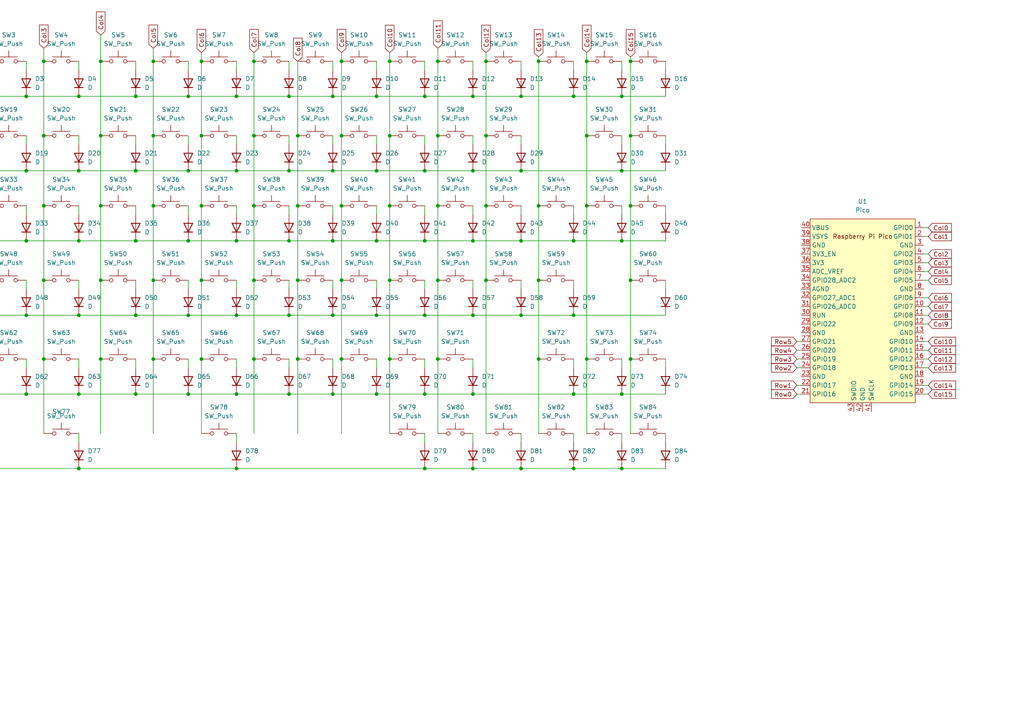
<source format=kicad_sch>
(kicad_sch (version 20250114) (generator "eeschema") (generator_version "9.0")
  (paper "A4")
  (lib_symbols
    (symbol "Device:D" (pin_numbers (hide yes)) (pin_names (offset 1.016) (hide yes))
      (property "Reference" "D" (at 0 2.54 0))
      (property "Value" "D" (at 0 -2.54 0))
      (symbol "D_1_1"
        (pin passive line (at -3.81 0 0) (length 2.54) (name "K") (number "1"))
        (pin passive line (at 3.81 0 180) (length 2.54) (name "A") (number "2"))
      )
    )
    (symbol "PICOW:Pico"
      (property "Reference" "U" (at -13.97 27.94 0))
      (property "Value" "Pico" (at 0 19.05 0))
      (symbol "Pico_0_0"
        (text "Raspberry Pi Pico" (at 0 21.59 0) (effects (font (size 1.27 1.27))))
      )
      (symbol "Pico_1_1"
        (pin bidirectional line (at -17.78 24.13 0) (length 2.54) (name "GPIO0") (number "1"))
        (pin bidirectional line (at -17.78 21.59 0) (length 2.54) (name "GPIO1") (number "2"))
        (pin power_in line (at -17.78 19.05 0) (length 2.54) (name "GND") (number "3"))
        (pin bidirectional line (at -17.78 16.51 0) (length 2.54) (name "GPIO2") (number "4"))
        (pin bidirectional line (at -17.78 13.97 0) (length 2.54) (name "GPIO3") (number "5"))
        (pin bidirectional line (at -17.78 11.43 0) (length 2.54) (name "GPIO4") (number "6"))
        (pin bidirectional line (at -17.78 8.89 0) (length 2.54) (name "GPIO5") (number "7"))
        (pin power_in line (at -17.78 6.35 0) (length 2.54) (name "GND") (number "8"))
        (pin bidirectional line (at -17.78 3.81 0) (length 2.54) (name "GPIO6") (number "9"))
        (pin bidirectional line (at -17.78 1.27 0) (length 2.54) (name "GPIO7") (number "10"))
        (pin bidirectional line (at -17.78 -1.27 0) (length 2.54) (name "GPIO8") (number "11"))
        (pin bidirectional line (at -17.78 -3.81 0) (length 2.54) (name "GPIO9") (number "12"))
        (pin power_in line (at -17.78 -6.35 0) (length 2.54) (name "GND") (number "13"))
        (pin bidirectional line (at -17.78 -8.89 0) (length 2.54) (name "GPIO10") (number "14"))
        (pin bidirectional line (at -17.78 -11.43 0) (length 2.54) (name "GPIO11") (number "15"))
        (pin bidirectional line (at -17.78 -13.97 0) (length 2.54) (name "GPIO12") (number "16"))
        (pin bidirectional line (at -17.78 -16.51 0) (length 2.54) (name "GPIO13") (number "17"))
        (pin power_in line (at -17.78 -19.05 0) (length 2.54) (name "GND") (number "18"))
        (pin bidirectional line (at -17.78 -21.59 0) (length 2.54) (name "GPIO14") (number "19"))
        (pin bidirectional line (at -17.78 -24.13 0) (length 2.54) (name "GPIO15") (number "20"))
        (pin input line (at -2.54 -29.21 90) (length 2.54) (name "SWCLK") (number "41"))
        (pin power_in line (at 0 -29.21 90) (length 2.54) (name "GND") (number "42"))
        (pin bidirectional line (at 2.54 -29.21 90) (length 2.54) (name "SWDIO") (number "43"))
        (pin power_in line (at 17.78 24.13 180) (length 2.54) (name "VBUS") (number "40"))
        (pin power_in line (at 17.78 21.59 180) (length 2.54) (name "VSYS") (number "39"))
        (pin bidirectional line (at 17.78 19.05 180) (length 2.54) (name "GND") (number "38"))
        (pin input line (at 17.78 16.51 180) (length 2.54) (name "3V3_EN") (number "37"))
        (pin power_in line (at 17.78 13.97 180) (length 2.54) (name "3V3") (number "36"))
        (pin power_in line (at 17.78 11.43 180) (length 2.54) (name "ADC_VREF") (number "35"))
        (pin bidirectional line (at 17.78 8.89 180) (length 2.54) (name "GPIO28_ADC2") (number "34"))
        (pin power_in line (at 17.78 6.35 180) (length 2.54) (name "AGND") (number "33"))
        (pin bidirectional line (at 17.78 3.81 180) (length 2.54) (name "GPIO27_ADC1") (number "32"))
        (pin bidirectional line (at 17.78 1.27 180) (length 2.54) (name "GPIO26_ADC0") (number "31"))
        (pin input line (at 17.78 -1.27 180) (length 2.54) (name "RUN") (number "30"))
        (pin bidirectional line (at 17.78 -3.81 180) (length 2.54) (name "GPIO22") (number "29"))
        (pin power_in line (at 17.78 -6.35 180) (length 2.54) (name "GND") (number "28"))
        (pin bidirectional line (at 17.78 -8.89 180) (length 2.54) (name "GPIO21") (number "27"))
        (pin bidirectional line (at 17.78 -11.43 180) (length 2.54) (name "GPIO20") (number "26"))
        (pin bidirectional line (at 17.78 -13.97 180) (length 2.54) (name "GPIO19") (number "25"))
        (pin bidirectional line (at 17.78 -16.51 180) (length 2.54) (name "GPIO18") (number "24"))
        (pin power_in line (at 17.78 -19.05 180) (length 2.54) (name "GND") (number "23"))
        (pin bidirectional line (at 17.78 -21.59 180) (length 2.54) (name "GPIO17") (number "22"))
        (pin bidirectional line (at 17.78 -24.13 180) (length 2.54) (name "GPIO16") (number "21"))
      )
    )
    (symbol "Switch:SW_Push" (pin_numbers (hide yes)) (pin_names (offset 1.016) (hide yes))
      (property "Reference" "SW" (at 1.27 2.54 0))
      (property "Value" "SW_Push" (at 0 -1.524 0))
      (symbol "SW_Push_0_1"
        (pin passive line (at -5.08 0 0) (length 2.54) (name "1") (number "1"))
        (pin passive line (at 5.08 0 180) (length 2.54) (name "2") (number "2"))
      )
    )
  )
  (junction (at 137.16 69.85))
  (junction (at 58.42 17.78))
  (junction (at 123.19 91.44))
  (junction (at 137.16 27.94))
  (junction (at 44.45 104.14))
  (junction (at 68.58 27.94))
  (junction (at 127 81.28))
  (junction (at -6.35 114.3))
  (junction (at 151.13 91.44))
  (junction (at 156.21 81.28))
  (junction (at 22.86 49.53))
  (junction (at 22.86 114.3))
  (junction (at 113.03 104.14))
  (junction (at 73.66 104.14))
  (junction (at 12.7 81.28))
  (junction (at 137.16 49.53))
  (junction (at 12.7 17.78))
  (junction (at 182.88 104.14))
  (junction (at 113.03 81.28))
  (junction (at -31.75 17.78))
  (junction (at 68.58 135.89))
  (junction (at 151.13 69.85))
  (junction (at 54.61 114.3))
  (junction (at 22.86 27.94))
  (junction (at 140.97 17.78))
  (junction (at 39.37 49.53))
  (junction (at 73.66 81.28))
  (junction (at 151.13 27.94))
  (junction (at 137.16 114.3))
  (junction (at 123.19 135.89))
  (junction (at -21.59 27.94))
  (junction (at 127 104.14))
  (junction (at 182.88 17.78))
  (junction (at -16.51 104.14))
  (junction (at -6.35 27.94))
  (junction (at 86.36 81.28))
  (junction (at 22.86 91.44))
  (junction (at 29.21 81.28))
  (junction (at 83.82 114.3))
  (junction (at 166.37 135.89))
  (junction (at 166.37 91.44))
  (junction (at 99.06 104.14))
  (junction (at 29.21 59.69))
  (junction (at 44.45 39.37))
  (junction (at 156.21 59.69))
  (junction (at 44.45 59.69))
  (junction (at 99.06 59.69))
  (junction (at 44.45 17.78))
  (junction (at 7.62 91.44))
  (junction (at 68.58 114.3))
  (junction (at 127 17.78))
  (junction (at 83.82 69.85))
  (junction (at 86.36 39.37))
  (junction (at 180.34 114.3))
  (junction (at 137.16 91.44))
  (junction (at 39.37 69.85))
  (junction (at 123.19 114.3))
  (junction (at 113.03 59.69))
  (junction (at 39.37 27.94))
  (junction (at 54.61 69.85))
  (junction (at 109.22 49.53))
  (junction (at 127 39.37))
  (junction (at 39.37 114.3))
  (junction (at 170.18 104.14))
  (junction (at 39.37 91.44))
  (junction (at 96.52 91.44))
  (junction (at -21.59 69.85))
  (junction (at -31.75 39.37))
  (junction (at 29.21 104.14))
  (junction (at 99.06 17.78))
  (junction (at 127 59.69))
  (junction (at 156.21 17.78))
  (junction (at -21.59 49.53))
  (junction (at 7.62 27.94))
  (junction (at 83.82 49.53))
  (junction (at 12.7 104.14))
  (junction (at 12.7 39.37))
  (junction (at -6.35 135.89))
  (junction (at 170.18 17.78))
  (junction (at 180.34 69.85))
  (junction (at 68.58 69.85))
  (junction (at -2.54 17.78))
  (junction (at -6.35 49.53))
  (junction (at 22.86 135.89))
  (junction (at 58.42 39.37))
  (junction (at 182.88 81.28))
  (junction (at 7.62 114.3))
  (junction (at 73.66 39.37))
  (junction (at 140.97 39.37))
  (junction (at 99.06 81.28))
  (junction (at 96.52 27.94))
  (junction (at 140.97 81.28))
  (junction (at 109.22 114.3))
  (junction (at 166.37 69.85))
  (junction (at 180.34 135.89))
  (junction (at 170.18 39.37))
  (junction (at -21.59 135.89))
  (junction (at 137.16 135.89))
  (junction (at 140.97 59.69))
  (junction (at 22.86 69.85))
  (junction (at 99.06 39.37))
  (junction (at 73.66 59.69))
  (junction (at 166.37 27.94))
  (junction (at 123.19 49.53))
  (junction (at -21.59 91.44))
  (junction (at 113.03 39.37))
  (junction (at 151.13 49.53))
  (junction (at 96.52 69.85))
  (junction (at 166.37 114.3))
  (junction (at 109.22 27.94))
  (junction (at 113.03 17.78))
  (junction (at 58.42 104.14))
  (junction (at -16.51 17.78))
  (junction (at 73.66 17.78))
  (junction (at 68.58 49.53))
  (junction (at 83.82 91.44))
  (junction (at 58.42 81.28))
  (junction (at 109.22 91.44))
  (junction (at 29.21 39.37))
  (junction (at 86.36 59.69))
  (junction (at -2.54 81.28))
  (junction (at -31.75 59.69))
  (junction (at 68.58 91.44))
  (junction (at 12.7 59.69))
  (junction (at 96.52 49.53))
  (junction (at 83.82 27.94))
  (junction (at 123.19 69.85))
  (junction (at 29.21 17.78))
  (junction (at 151.13 135.89))
  (junction (at 109.22 69.85))
  (junction (at -31.75 81.28))
  (junction (at 182.88 59.69))
  (junction (at 86.36 104.14))
  (junction (at 156.21 104.14))
  (junction (at 54.61 49.53))
  (junction (at 58.42 59.69))
  (junction (at 54.61 27.94))
  (junction (at 7.62 49.53))
  (junction (at 170.18 59.69))
  (junction (at 44.45 81.28))
  (junction (at -2.54 104.14))
  (junction (at -2.54 39.37))
  (junction (at 7.62 69.85))
  (junction (at 180.34 49.53))
  (junction (at 180.34 27.94))
  (junction (at -2.54 59.69))
  (junction (at 96.52 114.3))
  (junction (at -16.51 39.37))
  (junction (at 182.88 39.37))
  (junction (at 123.19 27.94))
  (junction (at 54.61 91.44))
  (wire (pts (xy -21.59 62.23) (xy -21.59 59.69)))
  (wire (pts (xy 127 59.69) (xy 127 81.28)))
  (wire (pts (xy -2.54 81.28) (xy -2.54 104.14)))
  (wire (pts (xy 269.24 88.9) (xy 267.97 88.9)))
  (wire (pts (xy 156.21 16.51) (xy 156.21 17.78)))
  (wire (pts (xy 12.7 39.37) (xy 12.7 59.69)))
  (wire (pts (xy 22.86 20.32) (xy 22.86 17.78)))
  (wire (pts (xy 166.37 135.89) (xy 180.34 135.89)))
  (wire (pts (xy 180.34 27.94) (xy 193.04 27.94)))
  (wire (pts (xy 151.13 41.91) (xy 151.13 39.37)))
  (wire (pts (xy 99.06 17.78) (xy 99.06 39.37)))
  (wire (pts (xy -16.51 15.24) (xy -16.51 17.78)))
  (wire (pts (xy 269.24 81.28) (xy 267.97 81.28)))
  (wire (pts (xy 7.62 106.68) (xy 7.62 104.14)))
  (wire (pts (xy 137.16 128.27) (xy 137.16 125.73)))
  (wire (pts (xy 83.82 41.91) (xy 83.82 39.37)))
  (wire (pts (xy 151.13 49.53) (xy 180.34 49.53)))
  (wire (pts (xy 166.37 106.68) (xy 166.37 104.14)))
  (wire (pts (xy 180.34 49.53) (xy 193.04 49.53)))
  (wire (pts (xy 170.18 59.69) (xy 170.18 104.14)))
  (wire (pts (xy 231.14 101.6) (xy 232.41 101.6)))
  (wire (pts (xy 96.52 41.91) (xy 96.52 39.37)))
  (wire (pts (xy 96.52 62.23) (xy 96.52 59.69)))
  (wire (pts (xy 156.21 17.78) (xy 156.21 59.69)))
  (wire (pts (xy 137.16 114.3) (xy 166.37 114.3)))
  (wire (pts (xy 182.88 16.51) (xy 182.88 17.78)))
  (wire (pts (xy 123.19 114.3) (xy 137.16 114.3)))
  (wire (pts (xy 12.7 17.78) (xy 12.7 39.37)))
  (wire (pts (xy 180.34 69.85) (xy 193.04 69.85)))
  (wire (pts (xy 86.36 17.78) (xy 86.36 39.37)))
  (wire (pts (xy 109.22 106.68) (xy 109.22 104.14)))
  (wire (pts (xy 83.82 49.53) (xy 96.52 49.53)))
  (wire (pts (xy 137.16 106.68) (xy 137.16 104.14)))
  (wire (pts (xy 180.34 128.27) (xy 180.34 125.73)))
  (wire (pts (xy 29.21 104.14) (xy 29.21 125.73)))
  (wire (pts (xy 7.62 114.3) (xy 22.86 114.3)))
  (wire (pts (xy 68.58 62.23) (xy 68.58 59.69)))
  (wire (pts (xy 137.16 62.23) (xy 137.16 59.69)))
  (wire (pts (xy 182.88 39.37) (xy 182.88 59.69)))
  (wire (pts (xy 73.66 104.14) (xy 73.66 125.73)))
  (wire (pts (xy 180.34 20.32) (xy 180.34 17.78)))
  (wire (pts (xy 83.82 106.68) (xy 83.82 104.14)))
  (wire (pts (xy 180.34 106.68) (xy 180.34 104.14)))
  (wire (pts (xy 231.14 111.76) (xy 232.41 111.76)))
  (wire (pts (xy 39.37 106.68) (xy 39.37 104.14)))
  (wire (pts (xy -22.86 69.85) (xy -21.59 69.85)))
  (wire (pts (xy 83.82 83.82) (xy 83.82 81.28)))
  (wire (pts (xy 113.03 59.69) (xy 113.03 81.28)))
  (wire (pts (xy 137.16 83.82) (xy 137.16 81.28)))
  (wire (pts (xy -31.75 81.28) (xy -31.75 125.73)))
  (wire (pts (xy 193.04 83.82) (xy 193.04 81.28)))
  (wire (pts (xy -6.35 128.27) (xy -6.35 125.73)))
  (wire (pts (xy -2.54 17.78) (xy -2.54 39.37)))
  (wire (pts (xy 22.86 135.89) (xy 68.58 135.89)))
  (wire (pts (xy 151.13 91.44) (xy 166.37 91.44)))
  (wire (pts (xy 83.82 27.94) (xy 96.52 27.94)))
  (wire (pts (xy 137.16 20.32) (xy 137.16 17.78)))
  (wire (pts (xy -21.59 128.27) (xy -21.59 125.73)))
  (wire (pts (xy 68.58 20.32) (xy 68.58 17.78)))
  (wire (pts (xy 44.45 59.69) (xy 44.45 81.28)))
  (wire (pts (xy 127 81.28) (xy 127 104.14)))
  (wire (pts (xy 269.24 93.98) (xy 267.97 93.98)))
  (wire (pts (xy -31.75 17.78) (xy -31.75 39.37)))
  (wire (pts (xy 99.06 15.24) (xy 99.06 17.78)))
  (wire (pts (xy 54.61 62.23) (xy 54.61 59.69)))
  (wire (pts (xy 166.37 62.23) (xy 166.37 59.69)))
  (wire (pts (xy 44.45 17.78) (xy 44.45 39.37)))
  (wire (pts (xy 68.58 106.68) (xy 68.58 104.14)))
  (wire (pts (xy 39.37 62.23) (xy 39.37 59.69)))
  (wire (pts (xy 269.24 101.6) (xy 267.97 101.6)))
  (wire (pts (xy 54.61 49.53) (xy 68.58 49.53)))
  (wire (pts (xy 140.97 59.69) (xy 140.97 81.28)))
  (wire (pts (xy 180.34 62.23) (xy 180.34 59.69)))
  (wire (pts (xy -2.54 39.37) (xy -2.54 59.69)))
  (wire (pts (xy 39.37 27.94) (xy 54.61 27.94)))
  (wire (pts (xy 193.04 106.68) (xy 193.04 104.14)))
  (wire (pts (xy 96.52 83.82) (xy 96.52 81.28)))
  (wire (pts (xy 73.66 15.24) (xy 73.66 17.78)))
  (wire (pts (xy 182.88 81.28) (xy 182.88 104.14)))
  (wire (pts (xy 68.58 135.89) (xy 123.19 135.89)))
  (wire (pts (xy 123.19 27.94) (xy 137.16 27.94)))
  (wire (pts (xy -6.35 106.68) (xy -6.35 104.14)))
  (wire (pts (xy 96.52 69.85) (xy 109.22 69.85)))
  (wire (pts (xy 39.37 91.44) (xy 54.61 91.44)))
  (wire (pts (xy 86.36 81.28) (xy 86.36 104.14)))
  (wire (pts (xy -31.75 59.69) (xy -31.75 81.28)))
  (wire (pts (xy 123.19 41.91) (xy 123.19 39.37)))
  (wire (pts (xy 22.86 27.94) (xy 39.37 27.94)))
  (wire (pts (xy 7.62 27.94) (xy 22.86 27.94)))
  (wire (pts (xy 123.19 69.85) (xy 137.16 69.85)))
  (wire (pts (xy 29.21 17.78) (xy 29.21 39.37)))
  (wire (pts (xy 44.45 39.37) (xy 44.45 59.69)))
  (wire (pts (xy 123.19 128.27) (xy 123.19 125.73)))
  (wire (pts (xy 39.37 49.53) (xy 54.61 49.53)))
  (wire (pts (xy 58.42 104.14) (xy 58.42 125.73)))
  (wire (pts (xy -21.59 135.89) (xy -6.35 135.89)))
  (wire (pts (xy 54.61 20.32) (xy 54.61 17.78)))
  (wire (pts (xy 54.61 83.82) (xy 54.61 81.28)))
  (wire (pts (xy 113.03 104.14) (xy 113.03 125.73)))
  (wire (pts (xy 22.86 91.44) (xy 39.37 91.44)))
  (wire (pts (xy -22.86 27.94) (xy -21.59 27.94)))
  (wire (pts (xy 170.18 15.24) (xy 170.18 17.78)))
  (wire (pts (xy 22.86 69.85) (xy 39.37 69.85)))
  (wire (pts (xy 269.24 106.68) (xy 267.97 106.68)))
  (wire (pts (xy 123.19 135.89) (xy 137.16 135.89)))
  (wire (pts (xy 7.62 41.91) (xy 7.62 39.37)))
  (wire (pts (xy 166.37 128.27) (xy 166.37 125.73)))
  (wire (pts (xy 113.03 39.37) (xy 113.03 59.69)))
  (wire (pts (xy 12.7 59.69) (xy 12.7 81.28)))
  (wire (pts (xy 151.13 27.94) (xy 166.37 27.94)))
  (wire (pts (xy 96.52 91.44) (xy 109.22 91.44)))
  (wire (pts (xy 269.24 104.14) (xy 267.97 104.14)))
  (wire (pts (xy 269.24 68.58) (xy 267.97 68.58)))
  (wire (pts (xy 22.86 49.53) (xy 39.37 49.53)))
  (wire (pts (xy 231.14 106.68) (xy 232.41 106.68)))
  (wire (pts (xy 22.86 83.82) (xy 22.86 81.28)))
  (wire (pts (xy 109.22 27.94) (xy 123.19 27.94)))
  (wire (pts (xy 231.14 104.14) (xy 232.41 104.14)))
  (wire (pts (xy -21.59 114.3) (xy -6.35 114.3)))
  (wire (pts (xy 68.58 83.82) (xy 68.58 81.28)))
  (wire (pts (xy 151.13 62.23) (xy 151.13 59.69)))
  (wire (pts (xy 58.42 59.69) (xy 58.42 81.28)))
  (wire (pts (xy 54.61 41.91) (xy 54.61 39.37)))
  (wire (pts (xy -16.51 104.14) (xy -16.51 125.73)))
  (wire (pts (xy 137.16 49.53) (xy 151.13 49.53)))
  (wire (pts (xy -22.86 91.44) (xy -21.59 91.44)))
  (wire (pts (xy 68.58 49.53) (xy 83.82 49.53)))
  (wire (pts (xy 269.24 99.06) (xy 267.97 99.06)))
  (wire (pts (xy 7.62 91.44) (xy 22.86 91.44)))
  (wire (pts (xy 180.34 135.89) (xy 193.04 135.89)))
  (wire (pts (xy 151.13 135.89) (xy 166.37 135.89)))
  (wire (pts (xy 170.18 39.37) (xy 170.18 59.69)))
  (wire (pts (xy 7.62 62.23) (xy 7.62 59.69)))
  (wire (pts (xy -31.75 39.37) (xy -31.75 59.69)))
  (wire (pts (xy 86.36 104.14) (xy 86.36 125.73)))
  (wire (pts (xy 68.58 114.3) (xy 83.82 114.3)))
  (wire (pts (xy 12.7 81.28) (xy 12.7 104.14)))
  (wire (pts (xy -16.51 17.78) (xy -16.51 39.37)))
  (wire (pts (xy 231.14 99.06) (xy 232.41 99.06)))
  (wire (pts (xy 96.52 114.3) (xy 109.22 114.3)))
  (wire (pts (xy 151.13 83.82) (xy 151.13 81.28)))
  (wire (pts (xy 39.37 41.91) (xy 39.37 39.37)))
  (wire (pts (xy -24.13 135.89) (xy -21.59 135.89)))
  (wire (pts (xy 86.36 39.37) (xy 86.36 59.69)))
  (wire (pts (xy -6.35 27.94) (xy 7.62 27.94)))
  (wire (pts (xy 231.14 114.3) (xy 232.41 114.3)))
  (wire (pts (xy 193.04 128.27) (xy 193.04 125.73)))
  (wire (pts (xy 96.52 20.32) (xy 96.52 17.78)))
  (wire (pts (xy -21.59 91.44) (xy 7.62 91.44)))
  (wire (pts (xy 99.06 39.37) (xy 99.06 59.69)))
  (wire (pts (xy 123.19 62.23) (xy 123.19 59.69)))
  (wire (pts (xy 83.82 114.3) (xy 96.52 114.3)))
  (wire (pts (xy 113.03 15.24) (xy 113.03 17.78)))
  (wire (pts (xy 137.16 91.44) (xy 151.13 91.44)))
  (wire (pts (xy 96.52 27.94) (xy 109.22 27.94)))
  (wire (pts (xy 269.24 111.76) (xy 267.97 111.76)))
  (wire (pts (xy 137.16 69.85) (xy 151.13 69.85)))
  (wire (pts (xy 140.97 81.28) (xy 140.97 125.73)))
  (wire (pts (xy 193.04 20.32) (xy 193.04 17.78)))
  (wire (pts (xy -21.59 69.85) (xy 7.62 69.85)))
  (wire (pts (xy 29.21 81.28) (xy 29.21 104.14)))
  (wire (pts (xy 140.97 17.78) (xy 140.97 39.37)))
  (wire (pts (xy 182.88 17.78) (xy 182.88 39.37)))
  (wire (pts (xy 182.88 104.14) (xy 182.88 125.73)))
  (wire (pts (xy 123.19 91.44) (xy 137.16 91.44)))
  (wire (pts (xy 73.66 17.78) (xy 73.66 39.37)))
  (wire (pts (xy -21.59 20.32) (xy -21.59 17.78)))
  (wire (pts (xy 68.58 27.94) (xy 83.82 27.94)))
  (wire (pts (xy 269.24 66.04) (xy 267.97 66.04)))
  (wire (pts (xy 166.37 20.32) (xy 166.37 17.78)))
  (wire (pts (xy -31.75 13.97) (xy -31.75 17.78)))
  (wire (pts (xy 269.24 78.74) (xy 267.97 78.74)))
  (wire (pts (xy 166.37 27.94) (xy 180.34 27.94)))
  (wire (pts (xy 22.86 106.68) (xy 22.86 104.14)))
  (wire (pts (xy 193.04 62.23) (xy 193.04 59.69)))
  (wire (pts (xy 127 39.37) (xy 127 59.69)))
  (wire (pts (xy 22.86 114.3) (xy 39.37 114.3)))
  (wire (pts (xy 269.24 73.66) (xy 267.97 73.66)))
  (wire (pts (xy 137.16 27.94) (xy 151.13 27.94)))
  (wire (pts (xy 170.18 17.78) (xy 170.18 39.37)))
  (wire (pts (xy 109.22 69.85) (xy 123.19 69.85)))
  (wire (pts (xy 123.19 20.32) (xy 123.19 17.78)))
  (wire (pts (xy 127 104.14) (xy 127 125.73)))
  (wire (pts (xy 54.61 91.44) (xy 68.58 91.44)))
  (wire (pts (xy 180.34 41.91) (xy 180.34 39.37)))
  (wire (pts (xy 29.21 39.37) (xy 29.21 59.69)))
  (wire (pts (xy 113.03 81.28) (xy 113.03 104.14)))
  (wire (pts (xy 73.66 81.28) (xy 73.66 104.14)))
  (wire (pts (xy 86.36 59.69) (xy 86.36 81.28)))
  (wire (pts (xy 137.16 135.89) (xy 151.13 135.89)))
  (wire (pts (xy 68.58 41.91) (xy 68.58 39.37)))
  (wire (pts (xy 58.42 15.24) (xy 58.42 17.78)))
  (wire (pts (xy 123.19 83.82) (xy 123.19 81.28)))
  (wire (pts (xy 68.58 91.44) (xy 83.82 91.44)))
  (wire (pts (xy 109.22 20.32) (xy 109.22 17.78)))
  (wire (pts (xy -2.54 104.14) (xy -2.54 125.73)))
  (wire (pts (xy 68.58 69.85) (xy 83.82 69.85)))
  (wire (pts (xy 166.37 114.3) (xy 180.34 114.3)))
  (wire (pts (xy 83.82 62.23) (xy 83.82 59.69)))
  (wire (pts (xy 68.58 128.27) (xy 68.58 125.73)))
  (wire (pts (xy 123.19 49.53) (xy 137.16 49.53)))
  (wire (pts (xy 58.42 17.78) (xy 58.42 39.37)))
  (wire (pts (xy 44.45 13.97) (xy 44.45 17.78)))
  (wire (pts (xy 12.7 104.14) (xy 12.7 125.73)))
  (wire (pts (xy -6.35 20.32) (xy -6.35 17.78)))
  (wire (pts (xy -6.35 49.53) (xy 7.62 49.53)))
  (wire (pts (xy 269.24 76.2) (xy 267.97 76.2)))
  (wire (pts (xy 58.42 39.37) (xy 58.42 59.69)))
  (wire (pts (xy 29.21 10.16) (xy 29.21 17.78)))
  (wire (pts (xy 39.37 69.85) (xy 54.61 69.85)))
  (wire (pts (xy 54.61 69.85) (xy 68.58 69.85)))
  (wire (pts (xy 7.62 49.53) (xy 22.86 49.53)))
  (wire (pts (xy 99.06 59.69) (xy 99.06 81.28)))
  (wire (pts (xy 166.37 83.82) (xy 166.37 81.28)))
  (wire (pts (xy -22.86 49.53) (xy -21.59 49.53)))
  (wire (pts (xy 7.62 20.32) (xy 7.62 17.78)))
  (wire (pts (xy 269.24 91.44) (xy 267.97 91.44)))
  (wire (pts (xy 109.22 62.23) (xy 109.22 59.69)))
  (wire (pts (xy 113.03 17.78) (xy 113.03 39.37)))
  (wire (pts (xy 166.37 69.85) (xy 180.34 69.85)))
  (wire (pts (xy 127 17.78) (xy 127 39.37)))
  (wire (pts (xy -21.59 41.91) (xy -21.59 39.37)))
  (wire (pts (xy 156.21 81.28) (xy 156.21 104.14)))
  (wire (pts (xy 137.16 41.91) (xy 137.16 39.37)))
  (wire (pts (xy 39.37 83.82) (xy 39.37 81.28)))
  (wire (pts (xy 99.06 104.14) (xy 99.06 125.73)))
  (wire (pts (xy 39.37 20.32) (xy 39.37 17.78)))
  (wire (pts (xy 151.13 20.32) (xy 151.13 17.78)))
  (wire (pts (xy 7.62 69.85) (xy 22.86 69.85)))
  (wire (pts (xy 54.61 106.68) (xy 54.61 104.14)))
  (wire (pts (xy 83.82 69.85) (xy 96.52 69.85)))
  (wire (pts (xy 73.66 59.69) (xy 73.66 81.28)))
  (wire (pts (xy 22.86 62.23) (xy 22.86 59.69)))
  (wire (pts (xy -21.59 27.94) (xy -6.35 27.94)))
  (wire (pts (xy 22.86 41.91) (xy 22.86 39.37)))
  (wire (pts (xy 140.97 15.24) (xy 140.97 17.78)))
  (wire (pts (xy -21.59 83.82) (xy -21.59 81.28)))
  (wire (pts (xy 109.22 41.91) (xy 109.22 39.37)))
  (wire (pts (xy 96.52 106.68) (xy 96.52 104.14)))
  (wire (pts (xy -16.51 39.37) (xy -16.51 104.14)))
  (wire (pts (xy 54.61 114.3) (xy 68.58 114.3)))
  (wire (pts (xy 151.13 69.85) (xy 166.37 69.85)))
  (wire (pts (xy 44.45 104.14) (xy 44.45 125.73)))
  (wire (pts (xy 151.13 128.27) (xy 151.13 125.73)))
  (wire (pts (xy 7.62 83.82) (xy 7.62 81.28)))
  (wire (pts (xy 109.22 83.82) (xy 109.22 81.28)))
  (wire (pts (xy 127 13.97) (xy 127 17.78)))
  (wire (pts (xy 140.97 39.37) (xy 140.97 59.69)))
  (wire (pts (xy 39.37 114.3) (xy 54.61 114.3)))
  (wire (pts (xy 73.66 39.37) (xy 73.66 59.69)))
  (wire (pts (xy 166.37 91.44) (xy 193.04 91.44)))
  (wire (pts (xy 269.24 114.3) (xy 267.97 114.3)))
  (wire (pts (xy -21.59 49.53) (xy -6.35 49.53)))
  (wire (pts (xy 170.18 104.14) (xy 170.18 125.73)))
  (wire (pts (xy 109.22 114.3) (xy 123.19 114.3)))
  (wire (pts (xy -6.35 114.3) (xy 7.62 114.3)))
  (wire (pts (xy 182.88 59.69) (xy 182.88 81.28)))
  (wire (pts (xy 180.34 114.3) (xy 193.04 114.3)))
  (wire (pts (xy 22.86 128.27) (xy 22.86 125.73)))
  (wire (pts (xy 83.82 20.32) (xy 83.82 17.78)))
  (wire (pts (xy 44.45 81.28) (xy 44.45 104.14)))
  (wire (pts (xy 156.21 59.69) (xy 156.21 81.28)))
  (wire (pts (xy 58.42 81.28) (xy 58.42 104.14)))
  (wire (pts (xy 193.04 41.91) (xy 193.04 39.37)))
  (wire (pts (xy 156.21 104.14) (xy 156.21 125.73)))
  (wire (pts (xy 109.22 91.44) (xy 123.19 91.44)))
  (wire (pts (xy 99.06 81.28) (xy 99.06 104.14)))
  (wire (pts (xy 96.52 49.53) (xy 109.22 49.53)))
  (wire (pts (xy 54.61 27.94) (xy 68.58 27.94)))
  (wire (pts (xy -2.54 59.69) (xy -2.54 81.28)))
  (wire (pts (xy 269.24 86.36) (xy 267.97 86.36)))
  (wire (pts (xy -6.35 41.91) (xy -6.35 39.37)))
  (wire (pts (xy -2.54 13.97) (xy -2.54 17.78)))
  (wire (pts (xy 123.19 106.68) (xy 123.19 104.14)))
  (wire (pts (xy 29.21 59.69) (xy 29.21 81.28)))
  (wire (pts (xy 109.22 49.53) (xy 123.19 49.53)))
  (wire (pts (xy 12.7 13.97) (xy 12.7 17.78)))
  (wire (pts (xy 83.82 91.44) (xy 96.52 91.44)))
  (wire (pts (xy -6.35 135.89) (xy 22.86 135.89)))
  (global_label "Col15" (shape input) (at 182.88 16.51 90) (property "Intersheetrefs" "${INTERSHEET_REFS}" (effects (hide yes))))
  (global_label "Col7" (shape input) (at 269.24 88.9 0) (property "Intersheetrefs" "${INTERSHEET_REFS}" (effects (hide yes))))
  (global_label "Row3" (shape input) (at 231.14 104.14 180) (property "Intersheetrefs" "${INTERSHEET_REFS}" (effects (hide yes))))
  (global_label "Col5" (shape input) (at 44.45 13.97 90) (property "Intersheetrefs" "${INTERSHEET_REFS}" (effects (hide yes))))
  (global_label "Col1" (shape input) (at 269.24 68.58 0) (property "Intersheetrefs" "${INTERSHEET_REFS}" (effects (hide yes))))
  (global_label "Col0" (shape input) (at 269.24 66.04 0) (property "Intersheetrefs" "${INTERSHEET_REFS}" (effects (hide yes))))
  (global_label "Col6" (shape input) (at 58.42 15.24 90) (property "Intersheetrefs" "${INTERSHEET_REFS}" (effects (hide yes))))
  (global_label "Col14" (shape input) (at 269.24 111.76 0) (property "Intersheetrefs" "${INTERSHEET_REFS}" (effects (hide yes))))
  (global_label "Row1" (shape input) (at -22.86 49.53 180) (property "Intersheetrefs" "${INTERSHEET_REFS}" (effects (hide yes))))
  (global_label "Row0" (shape input) (at -22.86 27.94 180) (property "Intersheetrefs" "${INTERSHEET_REFS}" (effects (hide yes))))
  (global_label "Col12" (shape input) (at 269.24 104.14 0) (property "Intersheetrefs" "${INTERSHEET_REFS}" (effects (hide yes))))
  (global_label "Col11" (shape input) (at 269.24 101.6 0) (property "Intersheetrefs" "${INTERSHEET_REFS}" (effects (hide yes))))
  (global_label "Col9" (shape input) (at 99.06 15.24 90) (property "Intersheetrefs" "${INTERSHEET_REFS}" (effects (hide yes))))
  (global_label "Col4" (shape input) (at 269.24 78.74 0) (property "Intersheetrefs" "${INTERSHEET_REFS}" (effects (hide yes))))
  (global_label "Col15" (shape input) (at 269.24 114.3 0) (property "Intersheetrefs" "${INTERSHEET_REFS}" (effects (hide yes))))
  (global_label "Col13" (shape input) (at 156.21 16.51 90) (property "Intersheetrefs" "${INTERSHEET_REFS}" (effects (hide yes))))
  (global_label "Col6" (shape input) (at 269.24 86.36 0) (property "Intersheetrefs" "${INTERSHEET_REFS}" (effects (hide yes))))
  (global_label "Row0" (shape input) (at 231.14 114.3 180) (property "Intersheetrefs" "${INTERSHEET_REFS}" (effects (hide yes))))
  (global_label "Col10" (shape input) (at 113.03 15.24 90) (property "Intersheetrefs" "${INTERSHEET_REFS}" (effects (hide yes))))
  (global_label "Col2" (shape input) (at -2.54 13.97 90) (property "Intersheetrefs" "${INTERSHEET_REFS}" (effects (hide yes))))
  (global_label "Row2" (shape input) (at 231.14 106.68 180) (property "Intersheetrefs" "${INTERSHEET_REFS}" (effects (hide yes))))
  (global_label "Col7" (shape input) (at 73.66 15.24 90) (property "Intersheetrefs" "${INTERSHEET_REFS}" (effects (hide yes))))
  (global_label "Col8" (shape input) (at 269.24 91.44 0) (property "Intersheetrefs" "${INTERSHEET_REFS}" (effects (hide yes))))
  (global_label "Col1" (shape input) (at -16.51 15.24 90) (property "Intersheetrefs" "${INTERSHEET_REFS}" (effects (hide yes))))
  (global_label "Col9" (shape input) (at 269.24 93.98 0) (property "Intersheetrefs" "${INTERSHEET_REFS}" (effects (hide yes))))
  (global_label "Row5" (shape input) (at 231.14 99.06 180) (property "Intersheetrefs" "${INTERSHEET_REFS}" (effects (hide yes))))
  (global_label "Col5" (shape input) (at 269.24 81.28 0) (property "Intersheetrefs" "${INTERSHEET_REFS}" (effects (hide yes))))
  (global_label "Col2" (shape input) (at 269.24 73.66 0) (property "Intersheetrefs" "${INTERSHEET_REFS}" (effects (hide yes))))
  (global_label "Row5" (shape input) (at -24.13 135.89 180) (property "Intersheetrefs" "${INTERSHEET_REFS}" (effects (hide yes))))
  (global_label "Col11" (shape input) (at 127 13.97 90) (property "Intersheetrefs" "${INTERSHEET_REFS}" (effects (hide yes))))
  (global_label "Col10" (shape input) (at 269.24 99.06 0) (property "Intersheetrefs" "${INTERSHEET_REFS}" (effects (hide yes))))
  (global_label "Col3" (shape input) (at 269.24 76.2 0) (property "Intersheetrefs" "${INTERSHEET_REFS}" (effects (hide yes))))
  (global_label "Col13" (shape input) (at 269.24 106.68 0) (property "Intersheetrefs" "${INTERSHEET_REFS}" (effects (hide yes))))
  (global_label "Row2" (shape input) (at -22.86 69.85 180) (property "Intersheetrefs" "${INTERSHEET_REFS}" (effects (hide yes))))
  (global_label "Col12" (shape input) (at 140.97 15.24 90) (property "Intersheetrefs" "${INTERSHEET_REFS}" (effects (hide yes))))
  (global_label "Col3" (shape input) (at 12.7 13.97 90) (property "Intersheetrefs" "${INTERSHEET_REFS}" (effects (hide yes))))
  (global_label "Row1" (shape input) (at 231.14 111.76 180) (property "Intersheetrefs" "${INTERSHEET_REFS}" (effects (hide yes))))
  (global_label "Row4" (shape input) (at -21.59 114.3 180) (property "Intersheetrefs" "${INTERSHEET_REFS}" (effects (hide yes))))
  (global_label "Col4" (shape input) (at 29.21 10.16 90) (property "Intersheetrefs" "${INTERSHEET_REFS}" (effects (hide yes))))
  (global_label "Row4" (shape input) (at 231.14 101.6 180) (property "Intersheetrefs" "${INTERSHEET_REFS}" (effects (hide yes))))
  (global_label "Col8" (shape input) (at 86.36 17.78 90) (property "Intersheetrefs" "${INTERSHEET_REFS}" (effects (hide yes))))
  (global_label "Row3" (shape input) (at -22.86 91.44 180) (property "Intersheetrefs" "${INTERSHEET_REFS}" (effects (hide yes))))
  (global_label "Col14" (shape input) (at 170.18 15.24 90) (property "Intersheetrefs" "${INTERSHEET_REFS}" (effects (hide yes))))
  (global_label "Col0" (shape input) (at -31.75 13.97 90) (property "Intersheetrefs" "${INTERSHEET_REFS}" (effects (hide yes))))
  (symbol (lib_id "Switch:SW_Push") (at 34.29 59.69 0) (unit 1)
    (property "Reference" "SW35" (at 34.29 52.07 0))
    (property "Value" "SW_Push" (at 34.29 54.61 0))
    (property "Footprint" "Button_Switch_Keyboard:SW_Cherry_MX_1.00u_PCB" (effects (hide yes)))
    (property "Description" "Push button switch, generic, two pins" (effects (hide yes)))
  )
  (symbol (lib_id "Device:D") (at 39.37 87.63 90) (unit 1)
    (property "Reference" "D50" (at 41.91 86.3599 90) (effects (justify right)))
    (property "Value" "D" (at 41.91 88.8999 90) (effects (justify right)))
    (property "Footprint" "Diode_THT:D_DO-35_SOD27_P7.62mm_Horizontal" (effects (hide yes)))
    (property "Description" "Diode" (effects (hide yes)))
    (property "Sim.Device" "D" (effects (hide yes)))
    (property "Sim.Pins" "1=K 2=A" (effects (hide yes)))
  )
  (symbol (lib_id "Switch:SW_Push") (at 2.54 39.37 0) (unit 1)
    (property "Reference" "SW19" (at 2.54 31.75 0))
    (property "Value" "SW_Push" (at 2.54 34.29 0))
    (property "Footprint" "Button_Switch_Keyboard:SW_Cherry_MX_1.00u_PCB" (effects (hide yes)))
    (property "Description" "Push button switch, generic, two pins" (effects (hide yes)))
  )
  (symbol (lib_id "Device:D") (at 39.37 24.13 90) (unit 1)
    (property "Reference" "D5" (at 41.91 22.8599 90) (effects (justify right)))
    (property "Value" "D" (at 41.91 25.3999 90) (effects (justify right)))
    (property "Footprint" "Diode_THT:D_DO-35_SOD27_P7.62mm_Horizontal" (effects (hide yes)))
    (property "Description" "Diode" (effects (hide yes)))
    (property "Sim.Device" "D" (effects (hide yes)))
    (property "Sim.Pins" "1=K 2=A" (effects (hide yes)))
  )
  (symbol (lib_id "Switch:SW_Push") (at 78.74 39.37 0) (unit 1)
    (property "Reference" "SW24" (at 78.74 31.75 0))
    (property "Value" "SW_Push" (at 78.74 34.29 0))
    (property "Footprint" "Button_Switch_Keyboard:SW_Cherry_MX_1.00u_PCB" (effects (hide yes)))
    (property "Description" "Push button switch, generic, two pins" (effects (hide yes)))
  )
  (symbol (lib_id "Switch:SW_Push") (at 118.11 59.69 0) (unit 1)
    (property "Reference" "SW41" (at 118.11 52.07 0))
    (property "Value" "SW_Push" (at 118.11 54.61 0))
    (property "Footprint" "Button_Switch_Keyboard:SW_Cherry_MX_1.00u_PCB" (effects (hide yes)))
    (property "Description" "Push button switch, generic, two pins" (effects (hide yes)))
  )
  (symbol (lib_id "Device:D") (at -6.35 132.08 90) (unit 1)
    (property "Reference" "D76" (at -3.81 130.8099 90) (effects (justify right)))
    (property "Value" "D" (at -3.81 133.3499 90) (effects (justify right)))
    (property "Footprint" "Diode_THT:D_DO-35_SOD27_P7.62mm_Horizontal" (effects (hide yes)))
    (property "Description" "Diode" (effects (hide yes)))
    (property "Sim.Device" "D" (effects (hide yes)))
    (property "Sim.Pins" "1=K 2=A" (effects (hide yes)))
  )
  (symbol (lib_id "Device:D") (at -21.59 87.63 90) (unit 1)
    (property "Reference" "D47" (at -19.05 86.3599 90) (effects (justify right)))
    (property "Value" "D" (at -19.05 88.8999 90) (effects (justify right)))
    (property "Footprint" "Diode_THT:D_DO-35_SOD27_P7.62mm_Horizontal" (effects (hide yes)))
    (property "Description" "Diode" (effects (hide yes)))
    (property "Sim.Device" "D" (effects (hide yes)))
    (property "Sim.Pins" "1=K 2=A" (effects (hide yes)))
  )
  (symbol (lib_id "Switch:SW_Push") (at 78.74 17.78 0) (unit 1)
    (property "Reference" "SW8" (at 78.74 10.16 0))
    (property "Value" "SW_Push" (at 78.74 12.7 0))
    (property "Footprint" "Button_Switch_Keyboard:SW_Cherry_MX_1.00u_PCB" (effects (hide yes)))
    (property "Description" "Push button switch, generic, two pins" (effects (hide yes)))
  )
  (symbol (lib_id "Switch:SW_Push") (at 49.53 104.14 0) (unit 1)
    (property "Reference" "SW65" (at 49.53 96.52 0))
    (property "Value" "SW_Push" (at 49.53 99.06 0))
    (property "Footprint" "Button_Switch_Keyboard:SW_Cherry_MX_1.00u_PCB" (effects (hide yes)))
    (property "Description" "Push button switch, generic, two pins" (effects (hide yes)))
  )
  (symbol (lib_id "Switch:SW_Push") (at 118.11 125.73 0) (unit 1)
    (property "Reference" "SW79" (at 118.11 118.11 0))
    (property "Value" "SW_Push" (at 118.11 120.65 0))
    (property "Footprint" "Button_Switch_Keyboard:SW_Cherry_MX_1.00u_PCB" (effects (hide yes)))
    (property "Description" "Push button switch, generic, two pins" (effects (hide yes)))
  )
  (symbol (lib_id "Switch:SW_Push") (at -11.43 125.73 0) (unit 1)
    (property "Reference" "SW76" (at -11.43 118.11 0))
    (property "Value" "SW_Push" (at -11.43 120.65 0))
    (property "Footprint" "Button_Switch_Keyboard:SW_Cherry_MX_1.00u_PCB" (effects (hide yes)))
    (property "Description" "Push button switch, generic, two pins" (effects (hide yes)))
  )
  (symbol (lib_id "Device:D") (at 22.86 24.13 90) (unit 1)
    (property "Reference" "D4" (at 25.4 22.8599 90) (effects (justify right)))
    (property "Value" "D" (at 25.4 25.3999 90) (effects (justify right)))
    (property "Footprint" "Diode_THT:D_DO-35_SOD27_P7.62mm_Horizontal" (effects (hide yes)))
    (property "Description" "Diode" (effects (hide yes)))
    (property "Sim.Device" "D" (effects (hide yes)))
    (property "Sim.Pins" "1=K 2=A" (effects (hide yes)))
  )
  (symbol (lib_id "Device:D") (at 151.13 87.63 90) (unit 1)
    (property "Reference" "D58" (at 153.67 86.3599 90) (effects (justify right)))
    (property "Value" "D" (at 153.67 88.8999 90) (effects (justify right)))
    (property "Footprint" "Diode_THT:D_DO-35_SOD27_P7.62mm_Horizontal" (effects (hide yes)))
    (property "Description" "Diode" (effects (hide yes)))
    (property "Sim.Device" "D" (effects (hide yes)))
    (property "Sim.Pins" "1=K 2=A" (effects (hide yes)))
  )
  (symbol (lib_id "Device:D") (at 123.19 45.72 90) (unit 1)
    (property "Reference" "D27" (at 125.73 44.4499 90) (effects (justify right)))
    (property "Value" "D" (at 125.73 46.9899 90) (effects (justify right)))
    (property "Footprint" "Diode_THT:D_DO-35_SOD27_P7.62mm_Horizontal" (effects (hide yes)))
    (property "Description" "Diode" (effects (hide yes)))
    (property "Sim.Device" "D" (effects (hide yes)))
    (property "Sim.Pins" "1=K 2=A" (effects (hide yes)))
  )
  (symbol (lib_id "Device:D") (at 193.04 66.04 90) (unit 1)
    (property "Reference" "D46" (at 195.58 64.7699 90) (effects (justify right)))
    (property "Value" "D" (at 195.58 67.3099 90) (effects (justify right)))
    (property "Footprint" "Diode_THT:D_DO-35_SOD27_P7.62mm_Horizontal" (effects (hide yes)))
    (property "Description" "Diode" (effects (hide yes)))
    (property "Sim.Device" "D" (effects (hide yes)))
    (property "Sim.Pins" "1=K 2=A" (effects (hide yes)))
  )
  (symbol (lib_id "Switch:SW_Push") (at 132.08 39.37 0) (unit 1)
    (property "Reference" "SW28" (at 132.08 31.75 0))
    (property "Value" "SW_Push" (at 132.08 34.29 0))
    (property "Footprint" "Button_Switch_Keyboard:SW_Cherry_MX_1.00u_PCB" (effects (hide yes)))
    (property "Description" "Push button switch, generic, two pins" (effects (hide yes)))
  )
  (symbol (lib_id "Device:D") (at 22.86 110.49 90) (unit 1)
    (property "Reference" "D63" (at 25.4 109.2199 90) (effects (justify right)))
    (property "Value" "D" (at 25.4 111.7599 90) (effects (justify right)))
    (property "Footprint" "Diode_THT:D_DO-35_SOD27_P7.62mm_Horizontal" (effects (hide yes)))
    (property "Description" "Diode" (effects (hide yes)))
    (property "Sim.Device" "D" (effects (hide yes)))
    (property "Sim.Pins" "1=K 2=A" (effects (hide yes)))
  )
  (symbol (lib_id "Device:D") (at 123.19 66.04 90) (unit 1)
    (property "Reference" "D41" (at 125.73 64.7699 90) (effects (justify right)))
    (property "Value" "D" (at 125.73 67.3099 90) (effects (justify right)))
    (property "Footprint" "Diode_THT:D_DO-35_SOD27_P7.62mm_Horizontal" (effects (hide yes)))
    (property "Description" "Diode" (effects (hide yes)))
    (property "Sim.Device" "D" (effects (hide yes)))
    (property "Sim.Pins" "1=K 2=A" (effects (hide yes)))
  )
  (symbol (lib_id "Switch:SW_Push") (at 118.11 104.14 0) (unit 1)
    (property "Reference" "SW70" (at 118.11 96.52 0))
    (property "Value" "SW_Push" (at 118.11 99.06 0))
    (property "Footprint" "Button_Switch_Keyboard:SW_Cherry_MX_1.00u_PCB" (effects (hide yes)))
    (property "Description" "Push button switch, generic, two pins" (effects (hide yes)))
  )
  (symbol (lib_id "Switch:SW_Push") (at 78.74 59.69 0) (unit 1)
    (property "Reference" "SW38" (at 78.74 52.07 0))
    (property "Value" "SW_Push" (at 78.74 54.61 0))
    (property "Footprint" "Button_Switch_Keyboard:SW_Cherry_MX_1.00u_PCB" (effects (hide yes)))
    (property "Description" "Push button switch, generic, two pins" (effects (hide yes)))
  )
  (symbol (lib_id "Device:D") (at 193.04 110.49 90) (unit 1)
    (property "Reference" "D74" (at 195.58 109.2199 90) (effects (justify right)))
    (property "Value" "D" (at 195.58 111.7599 90) (effects (justify right)))
    (property "Footprint" "Diode_THT:D_DO-35_SOD27_P7.62mm_Horizontal" (effects (hide yes)))
    (property "Description" "Diode" (effects (hide yes)))
    (property "Sim.Device" "D" (effects (hide yes)))
    (property "Sim.Pins" "1=K 2=A" (effects (hide yes)))
  )
  (symbol (lib_id "Device:D") (at 151.13 66.04 90) (unit 1)
    (property "Reference" "D43" (at 153.67 64.7699 90) (effects (justify right)))
    (property "Value" "D" (at 153.67 67.3099 90) (effects (justify right)))
    (property "Footprint" "Diode_THT:D_DO-35_SOD27_P7.62mm_Horizontal" (effects (hide yes)))
    (property "Description" "Diode" (effects (hide yes)))
    (property "Sim.Device" "D" (effects (hide yes)))
    (property "Sim.Pins" "1=K 2=A" (effects (hide yes)))
  )
  (symbol (lib_id "Switch:SW_Push") (at 104.14 39.37 0) (unit 1)
    (property "Reference" "SW26" (at 104.14 31.75 0))
    (property "Value" "SW_Push" (at 104.14 34.29 0))
    (property "Footprint" "Button_Switch_Keyboard:SW_Cherry_MX_1.00u_PCB" (effects (hide yes)))
    (property "Description" "Push button switch, generic, two pins" (effects (hide yes)))
  )
  (symbol (lib_id "Switch:SW_Push") (at 132.08 104.14 0) (unit 1)
    (property "Reference" "SW71" (at 132.08 96.52 0))
    (property "Value" "SW_Push" (at 132.08 99.06 0))
    (property "Footprint" "Button_Switch_Keyboard:SW_Cherry_MX_1.00u_PCB" (effects (hide yes)))
    (property "Description" "Push button switch, generic, two pins" (effects (hide yes)))
  )
  (symbol (lib_id "Switch:SW_Push") (at -26.67 81.28 0) (unit 1)
    (property "Reference" "SW47" (at -26.67 73.66 0))
    (property "Value" "SW_Push" (at -26.67 76.2 0))
    (property "Footprint" "Button_Switch_Keyboard:SW_Cherry_MX_1.00u_PCB" (effects (hide yes)))
    (property "Description" "Push button switch, generic, two pins" (effects (hide yes)))
  )
  (symbol (lib_id "Device:D") (at 83.82 110.49 90) (unit 1)
    (property "Reference" "D67" (at 86.36 109.2199 90) (effects (justify right)))
    (property "Value" "D" (at 86.36 111.7599 90) (effects (justify right)))
    (property "Footprint" "Diode_THT:D_DO-35_SOD27_P7.62mm_Horizontal" (effects (hide yes)))
    (property "Description" "Diode" (effects (hide yes)))
    (property "Sim.Device" "D" (effects (hide yes)))
    (property "Sim.Pins" "1=K 2=A" (effects (hide yes)))
  )
  (symbol (lib_id "Switch:SW_Push") (at 91.44 104.14 0) (unit 1)
    (property "Reference" "SW68" (at 91.44 96.52 0))
    (property "Value" "SW_Push" (at 91.44 99.06 0))
    (property "Footprint" "Button_Switch_Keyboard:SW_Cherry_MX_1.00u_PCB" (effects (hide yes)))
    (property "Description" "Push button switch, generic, two pins" (effects (hide yes)))
  )
  (symbol (lib_id "Device:D") (at 137.16 24.13 90) (unit 1)
    (property "Reference" "D12" (at 139.7 22.8599 90) (effects (justify right)))
    (property "Value" "D" (at 139.7 25.3999 90) (effects (justify right)))
    (property "Footprint" "Diode_THT:D_DO-35_SOD27_P7.62mm_Horizontal" (effects (hide yes)))
    (property "Description" "Diode" (effects (hide yes)))
    (property "Sim.Device" "D" (effects (hide yes)))
    (property "Sim.Pins" "1=K 2=A" (effects (hide yes)))
  )
  (symbol (lib_id "Device:D") (at -6.35 110.49 90) (unit 1)
    (property "Reference" "D61" (at -3.81 109.2199 90) (effects (justify right)))
    (property "Value" "D" (at -3.81 111.7599 90) (effects (justify right)))
    (property "Footprint" "Diode_THT:D_DO-35_SOD27_P7.62mm_Horizontal" (effects (hide yes)))
    (property "Description" "Diode" (effects (hide yes)))
    (property "Sim.Device" "D" (effects (hide yes)))
    (property "Sim.Pins" "1=K 2=A" (effects (hide yes)))
  )
  (symbol (lib_id "Switch:SW_Push") (at 63.5 17.78 0) (unit 1)
    (property "Reference" "SW7" (at 63.5 10.16 0))
    (property "Value" "SW_Push" (at 63.5 12.7 0))
    (property "Footprint" "Button_Switch_Keyboard:SW_Cherry_MX_1.00u_PCB" (effects (hide yes)))
    (property "Description" "Push button switch, generic, two pins" (effects (hide yes)))
  )
  (symbol (lib_id "Switch:SW_Push") (at 78.74 81.28 0) (unit 1)
    (property "Reference" "SW53" (at 78.74 73.66 0))
    (property "Value" "SW_Push" (at 78.74 76.2 0))
    (property "Footprint" "Button_Switch_Keyboard:SW_Cherry_MX_1.00u_PCB" (effects (hide yes)))
    (property "Description" "Push button switch, generic, two pins" (effects (hide yes)))
  )
  (symbol (lib_id "Switch:SW_Push") (at 132.08 17.78 0) (unit 1)
    (property "Reference" "SW12" (at 132.08 10.16 0))
    (property "Value" "SW_Push" (at 132.08 12.7 0))
    (property "Footprint" "Button_Switch_Keyboard:SW_Cherry_MX_1.00u_PCB" (effects (hide yes)))
    (property "Description" "Push button switch, generic, two pins" (effects (hide yes)))
  )
  (symbol (lib_id "Switch:SW_Push") (at 161.29 17.78 0) (unit 1)
    (property "Reference" "SW14" (at 161.29 10.16 0))
    (property "Value" "SW_Push" (at 161.29 12.7 0))
    (property "Footprint" "Button_Switch_Keyboard:SW_Cherry_MX_1.00u_PCB" (effects (hide yes)))
    (property "Description" "Push button switch, generic, two pins" (effects (hide yes)))
  )
  (symbol (lib_id "Device:D") (at 180.34 110.49 90) (unit 1)
    (property "Reference" "D73" (at 182.88 109.2199 90) (effects (justify right)))
    (property "Value" "D" (at 182.88 111.7599 90) (effects (justify right)))
    (property "Footprint" "Diode_THT:D_DO-35_SOD27_P7.62mm_Horizontal" (effects (hide yes)))
    (property "Description" "Diode" (effects (hide yes)))
    (property "Sim.Device" "D" (effects (hide yes)))
    (property "Sim.Pins" "1=K 2=A" (effects (hide yes)))
  )
  (symbol (lib_id "Device:D") (at -21.59 45.72 90) (unit 1)
    (property "Reference" "D17" (at -19.05 44.4499 90) (effects (justify right)))
    (property "Value" "D" (at -19.05 46.9899 90) (effects (justify right)))
    (property "Footprint" "Diode_THT:D_DO-35_SOD27_P7.62mm_Horizontal" (effects (hide yes)))
    (property "Description" "Diode" (effects (hide yes)))
    (property "Sim.Device" "D" (effects (hide yes)))
    (property "Sim.Pins" "1=K 2=A" (effects (hide yes)))
  )
  (symbol (lib_id "Switch:SW_Push") (at -26.67 125.73 0) (unit 1)
    (property "Reference" "SW75" (at -26.67 118.11 0))
    (property "Value" "SW_Push" (at -26.67 120.65 0))
    (property "Footprint" "Button_Switch_Keyboard:SW_Cherry_MX_1.00u_PCB" (effects (hide yes)))
    (property "Description" "Push button switch, generic, two pins" (effects (hide yes)))
  )
  (symbol (lib_id "Switch:SW_Push") (at 2.54 17.78 0) (unit 1)
    (property "Reference" "SW3" (at 2.54 10.16 0))
    (property "Value" "SW_Push" (at 2.54 12.7 0))
    (property "Footprint" "Button_Switch_Keyboard:SW_Cherry_MX_1.00u_PCB" (effects (hide yes)))
    (property "Description" "Push button switch, generic, two pins" (effects (hide yes)))
  )
  (symbol (lib_id "Device:D") (at 109.22 45.72 90) (unit 1)
    (property "Reference" "D26" (at 111.76 44.4499 90) (effects (justify right)))
    (property "Value" "D" (at 111.76 46.9899 90) (effects (justify right)))
    (property "Footprint" "Diode_THT:D_DO-35_SOD27_P7.62mm_Horizontal" (effects (hide yes)))
    (property "Description" "Diode" (effects (hide yes)))
    (property "Sim.Device" "D" (effects (hide yes)))
    (property "Sim.Pins" "1=K 2=A" (effects (hide yes)))
  )
  (symbol (lib_id "Device:D") (at 109.22 110.49 90) (unit 1)
    (property "Reference" "D69" (at 111.76 109.2199 90) (effects (justify right)))
    (property "Value" "D" (at 111.76 111.7599 90) (effects (justify right)))
    (property "Footprint" "Diode_THT:D_DO-35_SOD27_P7.62mm_Horizontal" (effects (hide yes)))
    (property "Description" "Diode" (effects (hide yes)))
    (property "Sim.Device" "D" (effects (hide yes)))
    (property "Sim.Pins" "1=K 2=A" (effects (hide yes)))
  )
  (symbol (lib_id "Switch:SW_Push") (at 2.54 104.14 0) (unit 1)
    (property "Reference" "SW62" (at 2.54 96.52 0))
    (property "Value" "SW_Push" (at 2.54 99.06 0))
    (property "Footprint" "Button_Switch_Keyboard:SW_Cherry_MX_1.00u_PCB" (effects (hide yes)))
    (property "Description" "Push button switch, generic, two pins" (effects (hide yes)))
  )
  (symbol (lib_id "Device:D") (at 7.62 66.04 90) (unit 1)
    (property "Reference" "D33" (at 10.16 64.7699 90) (effects (justify right)))
    (property "Value" "D" (at 10.16 67.3099 90) (effects (justify right)))
    (property "Footprint" "Diode_THT:D_DO-35_SOD27_P7.62mm_Horizontal" (effects (hide yes)))
    (property "Description" "Diode" (effects (hide yes)))
    (property "Sim.Device" "D" (effects (hide yes)))
    (property "Sim.Pins" "1=K 2=A" (effects (hide yes)))
  )
  (symbol (lib_id "Switch:SW_Push") (at 175.26 104.14 0) (unit 1)
    (property "Reference" "SW73" (at 175.26 96.52 0))
    (property "Value" "SW_Push" (at 175.26 99.06 0))
    (property "Footprint" "Button_Switch_Keyboard:SW_Cherry_MX_1.00u_PCB" (effects (hide yes)))
    (property "Description" "Push button switch, generic, two pins" (effects (hide yes)))
  )
  (symbol (lib_id "Device:D") (at 166.37 66.04 90) (unit 1)
    (property "Reference" "D44" (at 168.91 64.7699 90) (effects (justify right)))
    (property "Value" "D" (at 168.91 67.3099 90) (effects (justify right)))
    (property "Footprint" "Diode_THT:D_DO-35_SOD27_P7.62mm_Horizontal" (effects (hide yes)))
    (property "Description" "Diode" (effects (hide yes)))
    (property "Sim.Device" "D" (effects (hide yes)))
    (property "Sim.Pins" "1=K 2=A" (effects (hide yes)))
  )
  (symbol (lib_id "Device:D") (at 123.19 132.08 90) (unit 1)
    (property "Reference" "D79" (at 125.73 130.8099 90) (effects (justify right)))
    (property "Value" "D" (at 125.73 133.3499 90) (effects (justify right)))
    (property "Footprint" "Diode_THT:D_DO-35_SOD27_P7.62mm_Horizontal" (effects (hide yes)))
    (property "Description" "Diode" (effects (hide yes)))
    (property "Sim.Device" "D" (effects (hide yes)))
    (property "Sim.Pins" "1=K 2=A" (effects (hide yes)))
  )
  (symbol (lib_id "Switch:SW_Push") (at 17.78 81.28 0) (unit 1)
    (property "Reference" "SW49" (at 17.78 73.66 0))
    (property "Value" "SW_Push" (at 17.78 76.2 0))
    (property "Footprint" "Button_Switch_Keyboard:SW_Cherry_MX_1.00u_PCB" (effects (hide yes)))
    (property "Description" "Push button switch, generic, two pins" (effects (hide yes)))
  )
  (symbol (lib_id "Switch:SW_Push") (at 175.26 39.37 0) (unit 1)
    (property "Reference" "SW30" (at 175.26 31.75 0))
    (property "Value" "SW_Push" (at 175.26 34.29 0))
    (property "Footprint" "Button_Switch_Keyboard:SW_Cherry_MX_1.00u_PCB" (effects (hide yes)))
    (property "Description" "Push button switch, generic, two pins" (effects (hide yes)))
  )
  (symbol (lib_id "Device:D") (at 166.37 110.49 90) (unit 1)
    (property "Reference" "D72" (at 168.91 109.2199 90) (effects (justify right)))
    (property "Value" "D" (at 168.91 111.7599 90) (effects (justify right)))
    (property "Footprint" "Diode_THT:D_DO-35_SOD27_P7.62mm_Horizontal" (effects (hide yes)))
    (property "Description" "Diode" (effects (hide yes)))
    (property "Sim.Device" "D" (effects (hide yes)))
    (property "Sim.Pins" "1=K 2=A" (effects (hide yes)))
  )
  (symbol (lib_id "Switch:SW_Push") (at 132.08 125.73 0) (unit 1)
    (property "Reference" "SW80" (at 132.08 118.11 0))
    (property "Value" "SW_Push" (at 132.08 120.65 0))
    (property "Footprint" "Button_Switch_Keyboard:SW_Cherry_MX_1.00u_PCB" (effects (hide yes)))
    (property "Description" "Push button switch, generic, two pins" (effects (hide yes)))
  )
  (symbol (lib_id "Device:D") (at 193.04 24.13 90) (unit 1)
    (property "Reference" "D16" (at 195.58 22.8599 90) (effects (justify right)))
    (property "Value" "D" (at 195.58 25.3999 90) (effects (justify right)))
    (property "Footprint" "Diode_THT:D_DO-35_SOD27_P7.62mm_Horizontal" (effects (hide yes)))
    (property "Description" "Diode" (effects (hide yes)))
    (property "Sim.Device" "D" (effects (hide yes)))
    (property "Sim.Pins" "1=K 2=A" (effects (hide yes)))
  )
  (symbol (lib_id "Switch:SW_Push") (at 34.29 104.14 0) (unit 1)
    (property "Reference" "SW64" (at 34.29 96.52 0))
    (property "Value" "SW_Push" (at 34.29 99.06 0))
    (property "Footprint" "Button_Switch_Keyboard:SW_Cherry_MX_1.00u_PCB" (effects (hide yes)))
    (property "Description" "Push button switch, generic, two pins" (effects (hide yes)))
  )
  (symbol (lib_id "Device:D") (at 68.58 87.63 90) (unit 1)
    (property "Reference" "D52" (at 71.12 86.3599 90) (effects (justify right)))
    (property "Value" "D" (at 71.12 88.8999 90) (effects (justify right)))
    (property "Footprint" "Diode_THT:D_DO-35_SOD27_P7.62mm_Horizontal" (effects (hide yes)))
    (property "Description" "Diode" (effects (hide yes)))
    (property "Sim.Device" "D" (effects (hide yes)))
    (property "Sim.Pins" "1=K 2=A" (effects (hide yes)))
  )
  (symbol (lib_id "Switch:SW_Push") (at 78.74 104.14 0) (unit 1)
    (property "Reference" "SW67" (at 78.74 96.52 0))
    (property "Value" "SW_Push" (at 78.74 99.06 0))
    (property "Footprint" "Button_Switch_Keyboard:SW_Cherry_MX_1.00u_PCB" (effects (hide yes)))
    (property "Description" "Push button switch, generic, two pins" (effects (hide yes)))
  )
  (symbol (lib_id "Device:D") (at 96.52 24.13 90) (unit 1)
    (property "Reference" "D9" (at 99.06 22.8599 90) (effects (justify right)))
    (property "Value" "D" (at 99.06 25.3999 90) (effects (justify right)))
    (property "Footprint" "Diode_THT:D_DO-35_SOD27_P7.62mm_Horizontal" (effects (hide yes)))
    (property "Description" "Diode" (effects (hide yes)))
    (property "Sim.Device" "D" (effects (hide yes)))
    (property "Sim.Pins" "1=K 2=A" (effects (hide yes)))
  )
  (symbol (lib_id "Switch:SW_Push") (at 17.78 39.37 0) (unit 1)
    (property "Reference" "SW20" (at 17.78 31.75 0))
    (property "Value" "SW_Push" (at 17.78 34.29 0))
    (property "Footprint" "Button_Switch_Keyboard:SW_Cherry_MX_1.00u_PCB" (effects (hide yes)))
    (property "Description" "Push button switch, generic, two pins" (effects (hide yes)))
  )
  (symbol (lib_id "PICOW:Pico") (at 250.19 90.17 0) (mirror y) (unit 1)
    (property "Reference" "U1" (at 250.19 58.42 0))
    (property "Value" "Pico" (at 250.19 60.96 0))
    (property "Footprint" "PICOW:RPi_Pico_SMD_TH" (effects (hide yes)))
  )
  (symbol (lib_id "Switch:SW_Push") (at 187.96 59.69 0) (unit 1)
    (property "Reference" "SW46" (at 187.96 52.07 0))
    (property "Value" "SW_Push" (at 187.96 54.61 0))
    (property "Footprint" "Button_Switch_Keyboard:SW_Cherry_MX_1.00u_PCB" (effects (hide yes)))
    (property "Description" "Push button switch, generic, two pins" (effects (hide yes)))
  )
  (symbol (lib_id "Device:D") (at 54.61 24.13 90) (unit 1)
    (property "Reference" "D6" (at 57.15 22.8599 90) (effects (justify right)))
    (property "Value" "D" (at 57.15 25.3999 90) (effects (justify right)))
    (property "Footprint" "Diode_THT:D_DO-35_SOD27_P7.62mm_Horizontal" (effects (hide yes)))
    (property "Description" "Diode" (effects (hide yes)))
    (property "Sim.Device" "D" (effects (hide yes)))
    (property "Sim.Pins" "1=K 2=A" (effects (hide yes)))
  )
  (symbol (lib_id "Switch:SW_Push") (at -11.43 17.78 0) (unit 1)
    (property "Reference" "SW2" (at -11.43 10.16 0))
    (property "Value" "SW_Push" (at -11.43 12.7 0))
    (property "Footprint" "Button_Switch_Keyboard:SW_Cherry_MX_1.00u_PCB" (effects (hide yes)))
    (property "Description" "Push button switch, generic, two pins" (effects (hide yes)))
  )
  (symbol (lib_id "Switch:SW_Push") (at 91.44 59.69 0) (unit 1)
    (property "Reference" "SW39" (at 91.44 52.07 0))
    (property "Value" "SW_Push" (at 91.44 54.61 0))
    (property "Footprint" "Button_Switch_Keyboard:SW_Cherry_MX_1.00u_PCB" (effects (hide yes)))
    (property "Description" "Push button switch, generic, two pins" (effects (hide yes)))
  )
  (symbol (lib_id "Switch:SW_Push") (at -26.67 17.78 0) (unit 1)
    (property "Reference" "SW1" (at -26.67 10.16 0))
    (property "Value" "SW_Push" (at -26.67 12.7 0))
    (property "Footprint" "Button_Switch_Keyboard:SW_Cherry_MX_1.00u_PCB" (effects (hide yes)))
    (property "Description" "Push button switch, generic, two pins" (effects (hide yes)))
  )
  (symbol (lib_id "Device:D") (at 166.37 87.63 90) (unit 1)
    (property "Reference" "D59" (at 168.91 86.3599 90) (effects (justify right)))
    (property "Value" "D" (at 168.91 88.8999 90) (effects (justify right)))
    (property "Footprint" "Diode_THT:D_DO-35_SOD27_P7.62mm_Horizontal" (effects (hide yes)))
    (property "Description" "Diode" (effects (hide yes)))
    (property "Sim.Device" "D" (effects (hide yes)))
    (property "Sim.Pins" "1=K 2=A" (effects (hide yes)))
  )
  (symbol (lib_id "Device:D") (at -21.59 132.08 90) (unit 1)
    (property "Reference" "D75" (at -19.05 130.8099 90) (effects (justify right)))
    (property "Value" "D" (at -19.05 133.3499 90) (effects (justify right)))
    (property "Footprint" "Diode_THT:D_DO-35_SOD27_P7.62mm_Horizontal" (effects (hide yes)))
    (property "Description" "Diode" (effects (hide yes)))
    (property "Sim.Device" "D" (effects (hide yes)))
    (property "Sim.Pins" "1=K 2=A" (effects (hide yes)))
  )
  (symbol (lib_id "Switch:SW_Push") (at 187.96 39.37 0) (unit 1)
    (property "Reference" "SW31" (at 187.96 31.75 0))
    (property "Value" "SW_Push" (at 187.96 34.29 0))
    (property "Footprint" "Button_Switch_Keyboard:SW_Cherry_MX_1.00u_PCB" (effects (hide yes)))
    (property "Description" "Push button switch, generic, two pins" (effects (hide yes)))
  )
  (symbol (lib_id "Device:D") (at 7.62 87.63 90) (unit 1)
    (property "Reference" "D48" (at 10.16 86.3599 90) (effects (justify right)))
    (property "Value" "D" (at 10.16 88.8999 90) (effects (justify right)))
    (property "Footprint" "Diode_THT:D_DO-35_SOD27_P7.62mm_Horizontal" (effects (hide yes)))
    (property "Description" "Diode" (effects (hide yes)))
    (property "Sim.Device" "D" (effects (hide yes)))
    (property "Sim.Pins" "1=K 2=A" (effects (hide yes)))
  )
  (symbol (lib_id "Switch:SW_Push") (at 175.26 17.78 0) (unit 1)
    (property "Reference" "SW15" (at 175.26 10.16 0))
    (property "Value" "SW_Push" (at 175.26 12.7 0))
    (property "Footprint" "Button_Switch_Keyboard:SW_Cherry_MX_1.00u_PCB" (effects (hide yes)))
    (property "Description" "Push button switch, generic, two pins" (effects (hide yes)))
  )
  (symbol (lib_id "Device:D") (at 68.58 110.49 90) (unit 1)
    (property "Reference" "D66" (at 71.12 109.2199 90) (effects (justify right)))
    (property "Value" "D" (at 71.12 111.7599 90) (effects (justify right)))
    (property "Footprint" "Diode_THT:D_DO-35_SOD27_P7.62mm_Horizontal" (effects (hide yes)))
    (property "Description" "Diode" (effects (hide yes)))
    (property "Sim.Device" "D" (effects (hide yes)))
    (property "Sim.Pins" "1=K 2=A" (effects (hide yes)))
  )
  (symbol (lib_id "Device:D") (at 137.16 45.72 90) (unit 1)
    (property "Reference" "D28" (at 139.7 44.4499 90) (effects (justify right)))
    (property "Value" "D" (at 139.7 46.9899 90) (effects (justify right)))
    (property "Footprint" "Diode_THT:D_DO-35_SOD27_P7.62mm_Horizontal" (effects (hide yes)))
    (property "Description" "Diode" (effects (hide yes)))
    (property "Sim.Device" "D" (effects (hide yes)))
    (property "Sim.Pins" "1=K 2=A" (effects (hide yes)))
  )
  (symbol (lib_id "Switch:SW_Push") (at -26.67 39.37 0) (unit 1)
    (property "Reference" "SW17" (at -26.67 31.75 0))
    (property "Value" "SW_Push" (at -26.67 34.29 0))
    (property "Footprint" "Button_Switch_Keyboard:SW_Cherry_MX_1.00u_PCB" (effects (hide yes)))
    (property "Description" "Push button switch, generic, two pins" (effects (hide yes)))
  )
  (symbol (lib_id "Switch:SW_Push") (at 104.14 59.69 0) (unit 1)
    (property "Reference" "SW40" (at 104.14 52.07 0))
    (property "Value" "SW_Push" (at 104.14 54.61 0))
    (property "Footprint" "Button_Switch_Keyboard:SW_Cherry_MX_1.00u_PCB" (effects (hide yes)))
    (property "Description" "Push button switch, generic, two pins" (effects (hide yes)))
  )
  (symbol (lib_id "Device:D") (at 193.04 45.72 90) (unit 1)
    (property "Reference" "D31" (at 195.58 44.4499 90) (effects (justify right)))
    (property "Value" "D" (at 195.58 46.9899 90) (effects (justify right)))
    (property "Footprint" "Diode_THT:D_DO-35_SOD27_P7.62mm_Horizontal" (effects (hide yes)))
    (property "Description" "Diode" (effects (hide yes)))
    (property "Sim.Device" "D" (effects (hide yes)))
    (property "Sim.Pins" "1=K 2=A" (effects (hide yes)))
  )
  (symbol (lib_id "Switch:SW_Push") (at 91.44 17.78 0) (unit 1)
    (property "Reference" "SW9" (at 91.44 10.16 0))
    (property "Value" "SW_Push" (at 91.44 12.7 0))
    (property "Footprint" "Button_Switch_Keyboard:SW_Cherry_MX_1.00u_PCB" (effects (hide yes)))
    (property "Description" "Push button switch, generic, two pins" (effects (hide yes)))
  )
  (symbol (lib_id "Device:D") (at 54.61 110.49 90) (unit 1)
    (property "Reference" "D65" (at 57.15 109.2199 90) (effects (justify right)))
    (property "Value" "D" (at 57.15 111.7599 90) (effects (justify right)))
    (property "Footprint" "Diode_THT:D_DO-35_SOD27_P7.62mm_Horizontal" (effects (hide yes)))
    (property "Description" "Diode" (effects (hide yes)))
    (property "Sim.Device" "D" (effects (hide yes)))
    (property "Sim.Pins" "1=K 2=A" (effects (hide yes)))
  )
  (symbol (lib_id "Device:D") (at 39.37 45.72 90) (unit 1)
    (property "Reference" "D21" (at 41.91 44.4499 90) (effects (justify right)))
    (property "Value" "D" (at 41.91 46.9899 90) (effects (justify right)))
    (property "Footprint" "Diode_THT:D_DO-35_SOD27_P7.62mm_Horizontal" (effects (hide yes)))
    (property "Description" "Diode" (effects (hide yes)))
    (property "Sim.Device" "D" (effects (hide yes)))
    (property "Sim.Pins" "1=K 2=A" (effects (hide yes)))
  )
  (symbol (lib_id "Switch:SW_Push") (at 118.11 81.28 0) (unit 1)
    (property "Reference" "SW56" (at 118.11 73.66 0))
    (property "Value" "SW_Push" (at 118.11 76.2 0))
    (property "Footprint" "Button_Switch_Keyboard:SW_Cherry_MX_1.00u_PCB" (effects (hide yes)))
    (property "Description" "Push button switch, generic, two pins" (effects (hide yes)))
  )
  (symbol (lib_id "Device:D") (at 180.34 45.72 90) (unit 1)
    (property "Reference" "D30" (at 182.88 44.4499 90) (effects (justify right)))
    (property "Value" "D" (at 182.88 46.9899 90) (effects (justify right)))
    (property "Footprint" "Diode_THT:D_DO-35_SOD27_P7.62mm_Horizontal" (effects (hide yes)))
    (property "Description" "Diode" (effects (hide yes)))
    (property "Sim.Device" "D" (effects (hide yes)))
    (property "Sim.Pins" "1=K 2=A" (effects (hide yes)))
  )
  (symbol (lib_id "Switch:SW_Push") (at 146.05 17.78 0) (unit 1)
    (property "Reference" "SW13" (at 146.05 10.16 0))
    (property "Value" "SW_Push" (at 146.05 12.7 0))
    (property "Footprint" "Button_Switch_Keyboard:SW_Cherry_MX_1.00u_PCB" (effects (hide yes)))
    (property "Description" "Push button switch, generic, two pins" (effects (hide yes)))
  )
  (symbol (lib_id "Device:D") (at 96.52 87.63 90) (unit 1)
    (property "Reference" "D54" (at 99.06 86.3599 90) (effects (justify right)))
    (property "Value" "D" (at 99.06 88.8999 90) (effects (justify right)))
    (property "Footprint" "Diode_THT:D_DO-35_SOD27_P7.62mm_Horizontal" (effects (hide yes)))
    (property "Description" "Diode" (effects (hide yes)))
    (property "Sim.Device" "D" (effects (hide yes)))
    (property "Sim.Pins" "1=K 2=A" (effects (hide yes)))
  )
  (symbol (lib_id "Switch:SW_Push") (at 118.11 39.37 0) (unit 1)
    (property "Reference" "SW27" (at 118.11 31.75 0))
    (property "Value" "SW_Push" (at 118.11 34.29 0))
    (property "Footprint" "Button_Switch_Keyboard:SW_Cherry_MX_1.00u_PCB" (effects (hide yes)))
    (property "Description" "Push button switch, generic, two pins" (effects (hide yes)))
  )
  (symbol (lib_id "Switch:SW_Push") (at 91.44 81.28 0) (unit 1)
    (property "Reference" "SW54" (at 91.44 73.66 0))
    (property "Value" "SW_Push" (at 91.44 76.2 0))
    (property "Footprint" "Button_Switch_Keyboard:SW_Cherry_MX_1.00u_PCB" (effects (hide yes)))
    (property "Description" "Push button switch, generic, two pins" (effects (hide yes)))
  )
  (symbol (lib_id "Device:D") (at 68.58 45.72 90) (unit 1)
    (property "Reference" "D23" (at 71.12 44.4499 90) (effects (justify right)))
    (property "Value" "D" (at 71.12 46.9899 90) (effects (justify right)))
    (property "Footprint" "Diode_THT:D_DO-35_SOD27_P7.62mm_Horizontal" (effects (hide yes)))
    (property "Description" "Diode" (effects (hide yes)))
    (property "Sim.Device" "D" (effects (hide yes)))
    (property "Sim.Pins" "1=K 2=A" (effects (hide yes)))
  )
  (symbol (lib_id "Switch:SW_Push") (at -26.67 59.69 0) (unit 1)
    (property "Reference" "SW32" (at -26.67 52.07 0))
    (property "Value" "SW_Push" (at -26.67 54.61 0))
    (property "Footprint" "Button_Switch_Keyboard:SW_Cherry_MX_1.00u_PCB" (effects (hide yes)))
    (property "Description" "Push button switch, generic, two pins" (effects (hide yes)))
  )
  (symbol (lib_id "Switch:SW_Push") (at 49.53 59.69 0) (unit 1)
    (property "Reference" "SW36" (at 49.53 52.07 0))
    (property "Value" "SW_Push" (at 49.53 54.61 0))
    (property "Footprint" "Button_Switch_Keyboard:SW_Cherry_MX_1.00u_PCB" (effects (hide yes)))
    (property "Description" "Push button switch, generic, two pins" (effects (hide yes)))
  )
  (symbol (lib_id "Device:D") (at 22.86 87.63 90) (unit 1)
    (property "Reference" "D49" (at 25.4 86.3599 90) (effects (justify right)))
    (property "Value" "D" (at 25.4 88.8999 90) (effects (justify right)))
    (property "Footprint" "Diode_THT:D_DO-35_SOD27_P7.62mm_Horizontal" (effects (hide yes)))
    (property "Description" "Diode" (effects (hide yes)))
    (property "Sim.Device" "D" (effects (hide yes)))
    (property "Sim.Pins" "1=K 2=A" (effects (hide yes)))
  )
  (symbol (lib_id "Switch:SW_Push") (at 34.29 81.28 0) (unit 1)
    (property "Reference" "SW50" (at 34.29 73.66 0))
    (property "Value" "SW_Push" (at 34.29 76.2 0))
    (property "Footprint" "Button_Switch_Keyboard:SW_Cherry_MX_1.00u_PCB" (effects (hide yes)))
    (property "Description" "Push button switch, generic, two pins" (effects (hide yes)))
  )
  (symbol (lib_id "Device:D") (at 39.37 110.49 90) (unit 1)
    (property "Reference" "D64" (at 41.91 109.2199 90) (effects (justify right)))
    (property "Value" "D" (at 41.91 111.7599 90) (effects (justify right)))
    (property "Footprint" "Diode_THT:D_DO-35_SOD27_P7.62mm_Horizontal" (effects (hide yes)))
    (property "Description" "Diode" (effects (hide yes)))
    (property "Sim.Device" "D" (effects (hide yes)))
    (property "Sim.Pins" "1=K 2=A" (effects (hide yes)))
  )
  (symbol (lib_id "Switch:SW_Push") (at 187.96 17.78 0) (unit 1)
    (property "Reference" "SW16" (at 187.96 10.16 0))
    (property "Value" "SW_Push" (at 187.96 12.7 0))
    (property "Footprint" "Button_Switch_Keyboard:SW_Cherry_MX_1.00u_PCB" (effects (hide yes)))
    (property "Description" "Push button switch, generic, two pins" (effects (hide yes)))
  )
  (symbol (lib_id "Device:D") (at 22.86 45.72 90) (unit 1)
    (property "Reference" "D20" (at 25.4 44.4499 90) (effects (justify right)))
    (property "Value" "D" (at 25.4 46.9899 90) (effects (justify right)))
    (property "Footprint" "Diode_THT:D_DO-35_SOD27_P7.62mm_Horizontal" (effects (hide yes)))
    (property "Description" "Diode" (effects (hide yes)))
    (property "Sim.Device" "D" (effects (hide yes)))
    (property "Sim.Pins" "1=K 2=A" (effects (hide yes)))
  )
  (symbol (lib_id "Device:D") (at 123.19 24.13 90) (unit 1)
    (property "Reference" "D11" (at 125.73 22.8599 90) (effects (justify right)))
    (property "Value" "D" (at 125.73 25.3999 90) (effects (justify right)))
    (property "Footprint" "Diode_THT:D_DO-35_SOD27_P7.62mm_Horizontal" (effects (hide yes)))
    (property "Description" "Diode" (effects (hide yes)))
    (property "Sim.Device" "D" (effects (hide yes)))
    (property "Sim.Pins" "1=K 2=A" (effects (hide yes)))
  )
  (symbol (lib_id "Switch:SW_Push") (at 49.53 39.37 0) (unit 1)
    (property "Reference" "SW22" (at 49.53 31.75 0))
    (property "Value" "SW_Push" (at 49.53 34.29 0))
    (property "Footprint" "Button_Switch_Keyboard:SW_Cherry_MX_1.00u_PCB" (effects (hide yes)))
    (property "Description" "Push button switch, generic, two pins" (effects (hide yes)))
  )
  (symbol (lib_id "Switch:SW_Push") (at 146.05 125.73 0) (unit 1)
    (property "Reference" "SW81" (at 146.05 118.11 0))
    (property "Value" "SW_Push" (at 146.05 120.65 0))
    (property "Footprint" "Button_Switch_Keyboard:SW_Cherry_MX_1.00u_PCB" (effects (hide yes)))
    (property "Description" "Push button switch, generic, two pins" (effects (hide yes)))
  )
  (symbol (lib_id "Device:D") (at 137.16 110.49 90) (unit 1)
    (property "Reference" "D71" (at 139.7 109.2199 90) (effects (justify right)))
    (property "Value" "D" (at 139.7 111.7599 90) (effects (justify right)))
    (property "Footprint" "Diode_THT:D_DO-35_SOD27_P7.62mm_Horizontal" (effects (hide yes)))
    (property "Description" "Diode" (effects (hide yes)))
    (property "Sim.Device" "D" (effects (hide yes)))
    (property "Sim.Pins" "1=K 2=A" (effects (hide yes)))
  )
  (symbol (lib_id "Switch:SW_Push") (at 63.5 81.28 0) (unit 1)
    (property "Reference" "SW52" (at 63.5 73.66 0))
    (property "Value" "SW_Push" (at 63.5 76.2 0))
    (property "Footprint" "Button_Switch_Keyboard:SW_Cherry_MX_1.00u_PCB" (effects (hide yes)))
    (property "Description" "Push button switch, generic, two pins" (effects (hide yes)))
  )
  (symbol (lib_id "Switch:SW_Push") (at 49.53 81.28 0) (unit 1)
    (property "Reference" "SW51" (at 49.53 73.66 0))
    (property "Value" "SW_Push" (at 49.53 76.2 0))
    (property "Footprint" "Button_Switch_Keyboard:SW_Cherry_MX_1.00u_PCB" (effects (hide yes)))
    (property "Description" "Push button switch, generic, two pins" (effects (hide yes)))
  )
  (symbol (lib_id "Device:D") (at 109.22 24.13 90) (unit 1)
    (property "Reference" "D10" (at 111.76 22.8599 90) (effects (justify right)))
    (property "Value" "D" (at 111.76 25.3999 90) (effects (justify right)))
    (property "Footprint" "Diode_THT:D_DO-35_SOD27_P7.62mm_Horizontal" (effects (hide yes)))
    (property "Description" "Diode" (effects (hide yes)))
    (property "Sim.Device" "D" (effects (hide yes)))
    (property "Sim.Pins" "1=K 2=A" (effects (hide yes)))
  )
  (symbol (lib_id "Device:D") (at 180.34 24.13 90) (unit 1)
    (property "Reference" "D15" (at 182.88 22.8599 90) (effects (justify right)))
    (property "Value" "D" (at 182.88 25.3999 90) (effects (justify right)))
    (property "Footprint" "Diode_THT:D_DO-35_SOD27_P7.62mm_Horizontal" (effects (hide yes)))
    (property "Description" "Diode" (effects (hide yes)))
    (property "Sim.Device" "D" (effects (hide yes)))
    (property "Sim.Pins" "1=K 2=A" (effects (hide yes)))
  )
  (symbol (lib_id "Switch:SW_Push") (at 34.29 17.78 0) (unit 1)
    (property "Reference" "SW5" (at 34.29 10.16 0))
    (property "Value" "SW_Push" (at 34.29 12.7 0))
    (property "Footprint" "Button_Switch_Keyboard:SW_Cherry_MX_1.00u_PCB" (effects (hide yes)))
    (property "Description" "Push button switch, generic, two pins" (effects (hide yes)))
  )
  (symbol (lib_id "Device:D") (at 180.34 66.04 90) (unit 1)
    (property "Reference" "D45" (at 182.88 64.7699 90) (effects (justify right)))
    (property "Value" "D" (at 182.88 67.3099 90) (effects (justify right)))
    (property "Footprint" "Diode_THT:D_DO-35_SOD27_P7.62mm_Horizontal" (effects (hide yes)))
    (property "Description" "Diode" (effects (hide yes)))
    (property "Sim.Device" "D" (effects (hide yes)))
    (property "Sim.Pins" "1=K 2=A" (effects (hide yes)))
  )
  (symbol (lib_id "Switch:SW_Push") (at 161.29 59.69 0) (unit 1)
    (property "Reference" "SW44" (at 161.29 52.07 0))
    (property "Value" "SW_Push" (at 161.29 54.61 0))
    (property "Footprint" "Button_Switch_Keyboard:SW_Cherry_MX_1.00u_PCB" (effects (hide yes)))
    (property "Description" "Push button switch, generic, two pins" (effects (hide yes)))
  )
  (symbol (lib_id "Device:D") (at 193.04 87.63 90) (unit 1)
    (property "Reference" "D60" (at 195.58 86.3599 90) (effects (justify right)))
    (property "Value" "D" (at 195.58 88.8999 90) (effects (justify right)))
    (property "Footprint" "Diode_THT:D_DO-35_SOD27_P7.62mm_Horizontal" (effects (hide yes)))
    (property "Description" "Diode" (effects (hide yes)))
    (property "Sim.Device" "D" (effects (hide yes)))
    (property "Sim.Pins" "1=K 2=A" (effects (hide yes)))
  )
  (symbol (lib_id "Device:D") (at 83.82 66.04 90) (unit 1)
    (property "Reference" "D38" (at 86.36 64.7699 90) (effects (justify right)))
    (property "Value" "D" (at 86.36 67.3099 90) (effects (justify right)))
    (property "Footprint" "Diode_THT:D_DO-35_SOD27_P7.62mm_Horizontal" (effects (hide yes)))
    (property "Description" "Diode" (effects (hide yes)))
    (property "Sim.Device" "D" (effects (hide yes)))
    (property "Sim.Pins" "1=K 2=A" (effects (hide yes)))
  )
  (symbol (lib_id "Switch:SW_Push") (at 17.78 125.73 0) (unit 1)
    (property "Reference" "SW77" (at 17.78 119.38 0))
    (property "Value" "SW_Push" (at 17.78 120.65 0))
    (property "Footprint" "Button_Switch_Keyboard:SW_Cherry_MX_1.00u_PCB" (effects (hide yes)))
    (property "Description" "Push button switch, generic, two pins" (effects (hide yes)))
  )
  (symbol (lib_id "Device:D") (at 54.61 66.04 90) (unit 1)
    (property "Reference" "D36" (at 57.15 64.7699 90) (effects (justify right)))
    (property "Value" "D" (at 57.15 67.3099 90) (effects (justify right)))
    (property "Footprint" "Diode_THT:D_DO-35_SOD27_P7.62mm_Horizontal" (effects (hide yes)))
    (property "Description" "Diode" (effects (hide yes)))
    (property "Sim.Device" "D" (effects (hide yes)))
    (property "Sim.Pins" "1=K 2=A" (effects (hide yes)))
  )
  (symbol (lib_id "Device:D") (at 109.22 66.04 90) (unit 1)
    (property "Reference" "D40" (at 111.76 64.7699 90) (effects (justify right)))
    (property "Value" "D" (at 111.76 67.3099 90) (effects (justify right)))
    (property "Footprint" "Diode_THT:D_DO-35_SOD27_P7.62mm_Horizontal" (effects (hide yes)))
    (property "Description" "Diode" (effects (hide yes)))
    (property "Sim.Device" "D" (effects (hide yes)))
    (property "Sim.Pins" "1=K 2=A" (effects (hide yes)))
  )
  (symbol (lib_id "Switch:SW_Push") (at 175.26 59.69 0) (unit 1)
    (property "Reference" "SW45" (at 175.26 52.07 0))
    (property "Value" "SW_Push" (at 175.26 54.61 0))
    (property "Footprint" "Button_Switch_Keyboard:SW_Cherry_MX_1.00u_PCB" (effects (hide yes)))
    (property "Description" "Push button switch, generic, two pins" (effects (hide yes)))
  )
  (symbol (lib_id "Switch:SW_Push") (at 187.96 125.73 0) (unit 1)
    (property "Reference" "SW84" (at 187.96 118.11 0))
    (property "Value" "SW_Push" (at 187.96 120.65 0))
    (property "Footprint" "Button_Switch_Keyboard:SW_Cherry_MX_1.00u_PCB" (effects (hide yes)))
    (property "Description" "Push button switch, generic, two pins" (effects (hide yes)))
  )
  (symbol (lib_id "Switch:SW_Push") (at 104.14 104.14 0) (unit 1)
    (property "Reference" "SW69" (at 104.14 96.52 0))
    (property "Value" "SW_Push" (at 104.14 99.06 0))
    (property "Footprint" "Button_Switch_Keyboard:SW_Cherry_MX_1.00u_PCB" (effects (hide yes)))
    (property "Description" "Push button switch, generic, two pins" (effects (hide yes)))
  )
  (symbol (lib_id "Device:D") (at 22.86 132.08 90) (unit 1)
    (property "Reference" "D77" (at 25.4 130.8099 90) (effects (justify right)))
    (property "Value" "D" (at 25.4 133.3499 90) (effects (justify right)))
    (property "Footprint" "Diode_THT:D_DO-35_SOD27_P7.62mm_Horizontal" (effects (hide yes)))
    (property "Description" "Diode" (effects (hide yes)))
    (property "Sim.Device" "D" (effects (hide yes)))
    (property "Sim.Pins" "1=K 2=A" (effects (hide yes)))
  )
  (symbol (lib_id "Device:D") (at 151.13 132.08 90) (unit 1)
    (property "Reference" "D81" (at 153.67 130.8099 90) (effects (justify right)))
    (property "Value" "D" (at 153.67 133.3499 90) (effects (justify right)))
    (property "Footprint" "Diode_THT:D_DO-35_SOD27_P7.62mm_Horizontal" (effects (hide yes)))
    (property "Description" "Diode" (effects (hide yes)))
    (property "Sim.Device" "D" (effects (hide yes)))
    (property "Sim.Pins" "1=K 2=A" (effects (hide yes)))
  )
  (symbol (lib_id "Device:D") (at 68.58 66.04 90) (unit 1)
    (property "Reference" "D37" (at 71.12 64.7699 90) (effects (justify right)))
    (property "Value" "D" (at 71.12 67.3099 90) (effects (justify right)))
    (property "Footprint" "Diode_THT:D_DO-35_SOD27_P7.62mm_Horizontal" (effects (hide yes)))
    (property "Description" "Diode" (effects (hide yes)))
    (property "Sim.Device" "D" (effects (hide yes)))
    (property "Sim.Pins" "1=K 2=A" (effects (hide yes)))
  )
  (symbol (lib_id "Switch:SW_Push") (at 161.29 125.73 0) (unit 1)
    (property "Reference" "SW82" (at 161.29 118.11 0))
    (property "Value" "SW_Push" (at 161.29 120.65 0))
    (property "Footprint" "Button_Switch_Keyboard:SW_Cherry_MX_1.00u_PCB" (effects (hide yes)))
    (property "Description" "Push button switch, generic, two pins" (effects (hide yes)))
  )
  (symbol (lib_id "Switch:SW_Push") (at 63.5 59.69 0) (unit 1)
    (property "Reference" "SW37" (at 63.5 52.07 0))
    (property "Value" "SW_Push" (at 63.5 54.61 0))
    (property "Footprint" "Button_Switch_Keyboard:SW_Cherry_MX_1.00u_PCB" (effects (hide yes)))
    (property "Description" "Push button switch, generic, two pins" (effects (hide yes)))
  )
  (symbol (lib_id "Device:D") (at 39.37 66.04 90) (unit 1)
    (property "Reference" "D35" (at 41.91 64.7699 90) (effects (justify right)))
    (property "Value" "D" (at 41.91 67.3099 90) (effects (justify right)))
    (property "Footprint" "Diode_THT:D_DO-35_SOD27_P7.62mm_Horizontal" (effects (hide yes)))
    (property "Description" "Diode" (effects (hide yes)))
    (property "Sim.Device" "D" (effects (hide yes)))
    (property "Sim.Pins" "1=K 2=A" (effects (hide yes)))
  )
  (symbol (lib_id "Device:D") (at 7.62 45.72 90) (unit 1)
    (property "Reference" "D19" (at 10.16 44.4499 90) (effects (justify right)))
    (property "Value" "D" (at 10.16 46.9899 90) (effects (justify right)))
    (property "Footprint" "Diode_THT:D_DO-35_SOD27_P7.62mm_Horizontal" (effects (hide yes)))
    (property "Description" "Diode" (effects (hide yes)))
    (property "Sim.Device" "D" (effects (hide yes)))
    (property "Sim.Pins" "1=K 2=A" (effects (hide yes)))
  )
  (symbol (lib_id "Switch:SW_Push") (at 161.29 81.28 0) (unit 1)
    (property "Reference" "SW59" (at 161.29 73.66 0))
    (property "Value" "SW_Push" (at 161.29 76.2 0))
    (property "Footprint" "Button_Switch_Keyboard:SW_Cherry_MX_1.00u_PCB" (effects (hide yes)))
    (property "Description" "Push button switch, generic, two pins" (effects (hide yes)))
  )
  (symbol (lib_id "Device:D") (at 180.34 132.08 90) (unit 1)
    (property "Reference" "D83" (at 182.88 130.8099 90) (effects (justify right)))
    (property "Value" "D" (at 182.88 133.3499 90) (effects (justify right)))
    (property "Footprint" "Diode_THT:D_DO-35_SOD27_P7.62mm_Horizontal" (effects (hide yes)))
    (property "Description" "Diode" (effects (hide yes)))
    (property "Sim.Device" "D" (effects (hide yes)))
    (property "Sim.Pins" "1=K 2=A" (effects (hide yes)))
  )
  (symbol (lib_id "Device:D") (at 83.82 45.72 90) (unit 1)
    (property "Reference" "D24" (at 86.36 44.4499 90) (effects (justify right)))
    (property "Value" "D" (at 86.36 46.9899 90) (effects (justify right)))
    (property "Footprint" "Diode_THT:D_DO-35_SOD27_P7.62mm_Horizontal" (effects (hide yes)))
    (property "Description" "Diode" (effects (hide yes)))
    (property "Sim.Device" "D" (effects (hide yes)))
    (property "Sim.Pins" "1=K 2=A" (effects (hide yes)))
  )
  (symbol (lib_id "Switch:SW_Push") (at 17.78 17.78 0) (unit 1)
    (property "Reference" "SW4" (at 17.78 10.16 0))
    (property "Value" "SW_Push" (at 17.78 12.7 0))
    (property "Footprint" "Button_Switch_Keyboard:SW_Cherry_MX_1.00u_PCB" (effects (hide yes)))
    (property "Description" "Push button switch, generic, two pins" (effects (hide yes)))
  )
  (symbol (lib_id "Device:D") (at 68.58 132.08 90) (unit 1)
    (property "Reference" "D78" (at 71.12 130.8099 90) (effects (justify right)))
    (property "Value" "D" (at 71.12 133.3499 90) (effects (justify right)))
    (property "Footprint" "Diode_THT:D_DO-35_SOD27_P7.62mm_Horizontal" (effects (hide yes)))
    (property "Description" "Diode" (effects (hide yes)))
    (property "Sim.Device" "D" (effects (hide yes)))
    (property "Sim.Pins" "1=K 2=A" (effects (hide yes)))
  )
  (symbol (lib_id "Switch:SW_Push") (at -11.43 39.37 0) (unit 1)
    (property "Reference" "SW18" (at -11.43 31.75 0))
    (property "Value" "SW_Push" (at -11.43 34.29 0))
    (property "Footprint" "Button_Switch_Keyboard:SW_Cherry_MX_1.00u_PCB" (effects (hide yes)))
    (property "Description" "Push button switch, generic, two pins" (effects (hide yes)))
  )
  (symbol (lib_id "Switch:SW_Push") (at 146.05 81.28 0) (unit 1)
    (property "Reference" "SW58" (at 146.05 73.66 0))
    (property "Value" "SW_Push" (at 146.05 76.2 0))
    (property "Footprint" "Button_Switch_Keyboard:SW_Cherry_MX_1.00u_PCB" (effects (hide yes)))
    (property "Description" "Push button switch, generic, two pins" (effects (hide yes)))
  )
  (symbol (lib_id "Device:D") (at 83.82 87.63 90) (unit 1)
    (property "Reference" "D53" (at 86.36 86.3599 90) (effects (justify right)))
    (property "Value" "D" (at 86.36 88.8999 90) (effects (justify right)))
    (property "Footprint" "Diode_THT:D_DO-35_SOD27_P7.62mm_Horizontal" (effects (hide yes)))
    (property "Description" "Diode" (effects (hide yes)))
    (property "Sim.Device" "D" (effects (hide yes)))
    (property "Sim.Pins" "1=K 2=A" (effects (hide yes)))
  )
  (symbol (lib_id "Switch:SW_Push") (at 63.5 125.73 0) (unit 1)
    (property "Reference" "SW78" (at 63.5 118.11 0))
    (property "Value" "SW_Push" (at 63.5 120.65 0))
    (property "Footprint" "Button_Switch_Keyboard:SW_Cherry_MX_1.00u_PCB" (effects (hide yes)))
    (property "Description" "Push button switch, generic, two pins" (effects (hide yes)))
  )
  (symbol (lib_id "Switch:SW_Push") (at 63.5 104.14 0) (unit 1)
    (property "Reference" "SW66" (at 63.5 96.52 0))
    (property "Value" "SW_Push" (at 63.5 99.06 0))
    (property "Footprint" "Button_Switch_Keyboard:SW_Cherry_MX_1.00u_PCB" (effects (hide yes)))
    (property "Description" "Push button switch, generic, two pins" (effects (hide yes)))
  )
  (symbol (lib_id "Device:D") (at 137.16 132.08 90) (unit 1)
    (property "Reference" "D80" (at 139.7 130.8099 90) (effects (justify right)))
    (property "Value" "D" (at 139.7 133.3499 90) (effects (justify right)))
    (property "Footprint" "Diode_THT:D_DO-35_SOD27_P7.62mm_Horizontal" (effects (hide yes)))
    (property "Description" "Diode" (effects (hide yes)))
    (property "Sim.Device" "D" (effects (hide yes)))
    (property "Sim.Pins" "1=K 2=A" (effects (hide yes)))
  )
  (symbol (lib_id "Device:D") (at 151.13 24.13 90) (unit 1)
    (property "Reference" "D13" (at 153.67 22.8599 90) (effects (justify right)))
    (property "Value" "D" (at 153.67 25.3999 90) (effects (justify right)))
    (property "Footprint" "Diode_THT:D_DO-35_SOD27_P7.62mm_Horizontal" (effects (hide yes)))
    (property "Description" "Diode" (effects (hide yes)))
    (property "Sim.Device" "D" (effects (hide yes)))
    (property "Sim.Pins" "1=K 2=A" (effects (hide yes)))
  )
  (symbol (lib_id "Switch:SW_Push") (at 146.05 59.69 0) (unit 1)
    (property "Reference" "SW43" (at 146.05 52.07 0))
    (property "Value" "SW_Push" (at 146.05 54.61 0))
    (property "Footprint" "Button_Switch_Keyboard:SW_Cherry_MX_1.00u_PCB" (effects (hide yes)))
    (property "Description" "Push button switch, generic, two pins" (effects (hide yes)))
  )
  (symbol (lib_id "Device:D") (at 123.19 87.63 90) (unit 1)
    (property "Reference" "D56" (at 125.73 86.3599 90) (effects (justify right)))
    (property "Value" "D" (at 125.73 88.8999 90) (effects (justify right)))
    (property "Footprint" "Diode_THT:D_DO-35_SOD27_P7.62mm_Horizontal" (effects (hide yes)))
    (property "Description" "Diode" (effects (hide yes)))
    (property "Sim.Device" "D" (effects (hide yes)))
    (property "Sim.Pins" "1=K 2=A" (effects (hide yes)))
  )
  (symbol (lib_id "Switch:SW_Push") (at 187.96 81.28 0) (unit 1)
    (property "Reference" "SW60" (at 187.96 73.66 0))
    (property "Value" "SW_Push" (at 187.96 76.2 0))
    (property "Footprint" "Button_Switch_Keyboard:SW_Cherry_MX_1.00u_PCB" (effects (hide yes)))
    (property "Description" "Push button switch, generic, two pins" (effects (hide yes)))
  )
  (symbol (lib_id "Device:D") (at 68.58 24.13 90) (unit 1)
    (property "Reference" "D7" (at 71.12 22.8599 90) (effects (justify right)))
    (property "Value" "D" (at 71.12 25.3999 90) (effects (justify right)))
    (property "Footprint" "Diode_THT:D_DO-35_SOD27_P7.62mm_Horizontal" (effects (hide yes)))
    (property "Description" "Diode" (effects (hide yes)))
    (property "Sim.Device" "D" (effects (hide yes)))
    (property "Sim.Pins" "1=K 2=A" (effects (hide yes)))
  )
  (symbol (lib_id "Device:D") (at -6.35 24.13 90) (unit 1)
    (property "Reference" "D2" (at -3.81 22.8599 90) (effects (justify right)))
    (property "Value" "D" (at -3.81 25.3999 90) (effects (justify right)))
    (property "Footprint" "Diode_THT:D_DO-35_SOD27_P7.62mm_Horizontal" (effects (hide yes)))
    (property "Description" "Diode" (effects (hide yes)))
    (property "Sim.Device" "D" (effects (hide yes)))
    (property "Sim.Pins" "1=K 2=A" (effects (hide yes)))
  )
  (symbol (lib_id "Device:D") (at 7.62 110.49 90) (unit 1)
    (property "Reference" "D62" (at 10.16 109.2199 90) (effects (justify right)))
    (property "Value" "D" (at 10.16 111.7599 90) (effects (justify right)))
    (property "Footprint" "Diode_THT:D_DO-35_SOD27_P7.62mm_Horizontal" (effects (hide yes)))
    (property "Description" "Diode" (effects (hide yes)))
    (property "Sim.Device" "D" (effects (hide yes)))
    (property "Sim.Pins" "1=K 2=A" (effects (hide yes)))
  )
  (symbol (lib_id "Switch:SW_Push") (at 63.5 39.37 0) (unit 1)
    (property "Reference" "SW23" (at 63.5 31.75 0))
    (property "Value" "SW_Push" (at 63.5 34.29 0))
    (property "Footprint" "Button_Switch_Keyboard:SW_Cherry_MX_1.00u_PCB" (effects (hide yes)))
    (property "Description" "Push button switch, generic, two pins" (effects (hide yes)))
  )
  (symbol (lib_id "Device:D") (at 123.19 110.49 90) (unit 1)
    (property "Reference" "D70" (at 125.73 109.2199 90) (effects (justify right)))
    (property "Value" "D" (at 125.73 111.7599 90) (effects (justify right)))
    (property "Footprint" "Diode_THT:D_DO-35_SOD27_P7.62mm_Horizontal" (effects (hide yes)))
    (property "Description" "Diode" (effects (hide yes)))
    (property "Sim.Device" "D" (effects (hide yes)))
    (property "Sim.Pins" "1=K 2=A" (effects (hide yes)))
  )
  (symbol (lib_id "Switch:SW_Push") (at 132.08 59.69 0) (unit 1)
    (property "Reference" "SW42" (at 132.08 52.07 0))
    (property "Value" "SW_Push" (at 132.08 54.61 0))
    (property "Footprint" "Button_Switch_Keyboard:SW_Cherry_MX_1.00u_PCB" (effects (hide yes)))
    (property "Description" "Push button switch, generic, two pins" (effects (hide yes)))
  )
  (symbol (lib_id "Device:D") (at 7.62 24.13 90) (unit 1)
    (property "Reference" "D3" (at 10.16 22.8599 90) (effects (justify right)))
    (property "Value" "D" (at 10.16 25.3999 90) (effects (justify right)))
    (property "Footprint" "Diode_THT:D_DO-35_SOD27_P7.62mm_Horizontal" (effects (hide yes)))
    (property "Description" "Diode" (effects (hide yes)))
    (property "Sim.Device" "D" (effects (hide yes)))
    (property "Sim.Pins" "1=K 2=A" (effects (hide yes)))
  )
  (symbol (lib_id "Device:D") (at 96.52 110.49 90) (unit 1)
    (property "Reference" "D68" (at 99.06 109.2199 90) (effects (justify right)))
    (property "Value" "D" (at 99.06 111.7599 90) (effects (justify right)))
    (property "Footprint" "Diode_THT:D_DO-35_SOD27_P7.62mm_Horizontal" (effects (hide yes)))
    (property "Description" "Diode" (effects (hide yes)))
    (property "Sim.Device" "D" (effects (hide yes)))
    (property "Sim.Pins" "1=K 2=A" (effects (hide yes)))
  )
  (symbol (lib_id "Switch:SW_Push") (at 132.08 81.28 0) (unit 1)
    (property "Reference" "SW57" (at 132.08 73.66 0))
    (property "Value" "SW_Push" (at 132.08 76.2 0))
    (property "Footprint" "Button_Switch_Keyboard:SW_Cherry_MX_1.00u_PCB" (effects (hide yes)))
    (property "Description" "Push button switch, generic, two pins" (effects (hide yes)))
  )
  (symbol (lib_id "Switch:SW_Push") (at 104.14 17.78 0) (unit 1)
    (property "Reference" "SW10" (at 104.14 10.16 0))
    (property "Value" "SW_Push" (at 104.14 12.7 0))
    (property "Footprint" "Button_Switch_Keyboard:SW_Cherry_MX_1.00u_PCB" (effects (hide yes)))
    (property "Description" "Push button switch, generic, two pins" (effects (hide yes)))
  )
  (symbol (lib_id "Device:D") (at 193.04 132.08 90) (unit 1)
    (property "Reference" "D84" (at 195.58 130.8099 90) (effects (justify right)))
    (property "Value" "D" (at 195.58 133.3499 90) (effects (justify right)))
    (property "Footprint" "Diode_THT:D_DO-35_SOD27_P7.62mm_Horizontal" (effects (hide yes)))
    (property "Description" "Diode" (effects (hide yes)))
    (property "Sim.Device" "D" (effects (hide yes)))
    (property "Sim.Pins" "1=K 2=A" (effects (hide yes)))
  )
  (symbol (lib_id "Device:D") (at -6.35 45.72 90) (unit 1)
    (property "Reference" "D18" (at -3.81 44.4499 90) (effects (justify right)))
    (property "Value" "D" (at -3.81 46.9899 90) (effects (justify right)))
    (property "Footprint" "Diode_THT:D_DO-35_SOD27_P7.62mm_Horizontal" (effects (hide yes)))
    (property "Description" "Diode" (effects (hide yes)))
    (property "Sim.Device" "D" (effects (hide yes)))
    (property "Sim.Pins" "1=K 2=A" (effects (hide yes)))
  )
  (symbol (lib_id "Switch:SW_Push") (at 146.05 39.37 0) (unit 1)
    (property "Reference" "SW29" (at 146.05 31.75 0))
    (property "Value" "SW_Push" (at 146.05 34.29 0))
    (property "Footprint" "Button_Switch_Keyboard:SW_Cherry_MX_1.00u_PCB" (effects (hide yes)))
    (property "Description" "Push button switch, generic, two pins" (effects (hide yes)))
  )
  (symbol (lib_id "Device:D") (at 96.52 45.72 90) (unit 1)
    (property "Reference" "D25" (at 99.06 44.4499 90) (effects (justify right)))
    (property "Value" "D" (at 99.06 46.9899 90) (effects (justify right)))
    (property "Footprint" "Diode_THT:D_DO-35_SOD27_P7.62mm_Horizontal" (effects (hide yes)))
    (property "Description" "Diode" (effects (hide yes)))
    (property "Sim.Device" "D" (effects (hide yes)))
    (property "Sim.Pins" "1=K 2=A" (effects (hide yes)))
  )
  (symbol (lib_id "Device:D") (at 54.61 45.72 90) (unit 1)
    (property "Reference" "D22" (at 57.15 44.4499 90) (effects (justify right)))
    (property "Value" "D" (at 57.15 46.9899 90) (effects (justify right)))
    (property "Footprint" "Diode_THT:D_DO-35_SOD27_P7.62mm_Horizontal" (effects (hide yes)))
    (property "Description" "Diode" (effects (hide yes)))
    (property "Sim.Device" "D" (effects (hide yes)))
    (property "Sim.Pins" "1=K 2=A" (effects (hide yes)))
  )
  (symbol (lib_id "Switch:SW_Push") (at 175.26 125.73 0) (unit 1)
    (property "Reference" "SW83" (at 175.26 118.11 0))
    (property "Value" "SW_Push" (at 175.26 120.65 0))
    (property "Footprint" "Button_Switch_Keyboard:SW_Cherry_MX_1.00u_PCB" (effects (hide yes)))
    (property "Description" "Push button switch, generic, two pins" (effects (hide yes)))
  )
  (symbol (lib_id "Switch:SW_Push") (at 161.29 104.14 0) (unit 1)
    (property "Reference" "SW72" (at 161.29 96.52 0))
    (property "Value" "SW_Push" (at 161.29 99.06 0))
    (property "Footprint" "Button_Switch_Keyboard:SW_Cherry_MX_1.00u_PCB" (effects (hide yes)))
    (property "Description" "Push button switch, generic, two pins" (effects (hide yes)))
  )
  (symbol (lib_id "Switch:SW_Push") (at 34.29 39.37 0) (unit 1)
    (property "Reference" "SW21" (at 34.29 31.75 0))
    (property "Value" "SW_Push" (at 34.29 34.29 0))
    (property "Footprint" "Button_Switch_Keyboard:SW_Cherry_MX_1.00u_PCB" (effects (hide yes)))
    (property "Description" "Push button switch, generic, two pins" (effects (hide yes)))
  )
  (symbol (lib_id "Switch:SW_Push") (at 49.53 17.78 0) (unit 1)
    (property "Reference" "SW6" (at 49.53 10.16 0))
    (property "Value" "SW_Push" (at 49.53 12.7 0))
    (property "Footprint" "Button_Switch_Keyboard:SW_Cherry_MX_1.00u_PCB" (effects (hide yes)))
    (property "Description" "Push button switch, generic, two pins" (effects (hide yes)))
  )
  (symbol (lib_id "Device:D") (at 22.86 66.04 90) (unit 1)
    (property "Reference" "D34" (at 25.4 64.7699 90) (effects (justify right)))
    (property "Value" "D" (at 25.4 67.3099 90) (effects (justify right)))
    (property "Footprint" "Diode_THT:D_DO-35_SOD27_P7.62mm_Horizontal" (effects (hide yes)))
    (property "Description" "Diode" (effects (hide yes)))
    (property "Sim.Device" "D" (effects (hide yes)))
    (property "Sim.Pins" "1=K 2=A" (effects (hide yes)))
  )
  (symbol (lib_id "Device:D") (at 54.61 87.63 90) (unit 1)
    (property "Reference" "D51" (at 57.15 86.3599 90) (effects (justify right)))
    (property "Value" "D" (at 57.15 88.8999 90) (effects (justify right)))
    (property "Footprint" "Diode_THT:D_DO-35_SOD27_P7.62mm_Horizontal" (effects (hide yes)))
    (property "Description" "Diode" (effects (hide yes)))
    (property "Sim.Device" "D" (effects (hide yes)))
    (property "Sim.Pins" "1=K 2=A" (effects (hide yes)))
  )
  (symbol (lib_id "Switch:SW_Push") (at 91.44 39.37 0) (unit 1)
    (property "Reference" "SW25" (at 91.44 31.75 0))
    (property "Value" "SW_Push" (at 91.44 34.29 0))
    (property "Footprint" "Button_Switch_Keyboard:SW_Cherry_MX_1.00u_PCB" (effects (hide yes)))
    (property "Description" "Push button switch, generic, two pins" (effects (hide yes)))
  )
  (symbol (lib_id "Switch:SW_Push") (at 2.54 81.28 0) (unit 1)
    (property "Reference" "SW48" (at 2.54 73.66 0))
    (property "Value" "SW_Push" (at 2.54 76.2 0))
    (property "Footprint" "Button_Switch_Keyboard:SW_Cherry_MX_1.00u_PCB" (effects (hide yes)))
    (property "Description" "Push button switch, generic, two pins" (effects (hide yes)))
  )
  (symbol (lib_id "Device:D") (at 166.37 24.13 90) (unit 1)
    (property "Reference" "D14" (at 168.91 22.8599 90) (effects (justify right)))
    (property "Value" "D" (at 168.91 25.3999 90) (effects (justify right)))
    (property "Footprint" "Diode_THT:D_DO-35_SOD27_P7.62mm_Horizontal" (effects (hide yes)))
    (property "Description" "Diode" (effects (hide yes)))
    (property "Sim.Device" "D" (effects (hide yes)))
    (property "Sim.Pins" "1=K 2=A" (effects (hide yes)))
  )
  (symbol (lib_id "Device:D") (at 109.22 87.63 90) (unit 1)
    (property "Reference" "D55" (at 111.76 86.3599 90) (effects (justify right)))
    (property "Value" "D" (at 111.76 88.8999 90) (effects (justify right)))
    (property "Footprint" "Diode_THT:D_DO-35_SOD27_P7.62mm_Horizontal" (effects (hide yes)))
    (property "Description" "Diode" (effects (hide yes)))
    (property "Sim.Device" "D" (effects (hide yes)))
    (property "Sim.Pins" "1=K 2=A" (effects (hide yes)))
  )
  (symbol (lib_id "Device:D") (at 83.82 24.13 90) (unit 1)
    (property "Reference" "D8" (at 86.36 22.8599 90) (effects (justify right)))
    (property "Value" "D" (at 86.36 25.3999 90) (effects (justify right)))
    (property "Footprint" "Diode_THT:D_DO-35_SOD27_P7.62mm_Horizontal" (effects (hide yes)))
    (property "Description" "Diode" (effects (hide yes)))
    (property "Sim.Device" "D" (effects (hide yes)))
    (property "Sim.Pins" "1=K 2=A" (effects (hide yes)))
  )
  (symbol (lib_id "Device:D") (at 151.13 45.72 90) (unit 1)
    (property "Reference" "D29" (at 153.67 44.4499 90) (effects (justify right)))
    (property "Value" "D" (at 153.67 46.9899 90) (effects (justify right)))
    (property "Footprint" "Diode_THT:D_DO-35_SOD27_P7.62mm_Horizontal" (effects (hide yes)))
    (property "Description" "Diode" (effects (hide yes)))
    (property "Sim.Device" "D" (effects (hide yes)))
    (property "Sim.Pins" "1=K 2=A" (effects (hide yes)))
  )
  (symbol (lib_id "Switch:SW_Push") (at 17.78 104.14 0) (unit 1)
    (property "Reference" "SW63" (at 17.78 96.52 0))
    (property "Value" "SW_Push" (at 17.78 99.06 0))
    (property "Footprint" "Button_Switch_Keyboard:SW_Cherry_MX_1.00u_PCB" (effects (hide yes)))
    (property "Description" "Push button switch, generic, two pins" (effects (hide yes)))
  )
  (symbol (lib_id "Device:D") (at -21.59 66.04 90) (unit 1)
    (property "Reference" "D32" (at -19.05 64.7699 90) (effects (justify right)))
    (property "Value" "D" (at -19.05 67.3099 90) (effects (justify right)))
    (property "Footprint" "Diode_THT:D_DO-35_SOD27_P7.62mm_Horizontal" (effects (hide yes)))
    (property "Description" "Diode" (effects (hide yes)))
    (property "Sim.Device" "D" (effects (hide yes)))
    (property "Sim.Pins" "1=K 2=A" (effects (hide yes)))
  )
  (symbol (lib_id "Switch:SW_Push") (at 17.78 59.69 0) (unit 1)
    (property "Reference" "SW34" (at 17.78 52.07 0))
    (property "Value" "SW_Push" (at 17.78 54.61 0))
    (property "Footprint" "Button_Switch_Keyboard:SW_Cherry_MX_1.00u_PCB" (effects (hide yes)))
    (property "Description" "Push button switch, generic, two pins" (effects (hide yes)))
  )
  (symbol (lib_id "Switch:SW_Push") (at 118.11 17.78 0) (unit 1)
    (property "Reference" "SW11" (at 118.11 10.16 0))
    (property "Value" "SW_Push" (at 118.11 12.7 0))
    (property "Footprint" "Button_Switch_Keyboard:SW_Cherry_MX_1.00u_PCB" (effects (hide yes)))
    (property "Description" "Push button switch, generic, two pins" (effects (hide yes)))
  )
  (symbol (lib_id "Switch:SW_Push") (at -11.43 104.14 0) (unit 1)
    (property "Reference" "SW61" (at -11.43 96.52 0))
    (property "Value" "SW_Push" (at -11.43 99.06 0))
    (property "Footprint" "Button_Switch_Keyboard:SW_Cherry_MX_1.00u_PCB" (effects (hide yes)))
    (property "Description" "Push button switch, generic, two pins" (effects (hide yes)))
  )
  (symbol (lib_id "Device:D") (at 96.52 66.04 90) (unit 1)
    (property "Reference" "D39" (at 99.06 64.7699 90) (effects (justify right)))
    (property "Value" "D" (at 99.06 67.3099 90) (effects (justify right)))
    (property "Footprint" "Diode_THT:D_DO-35_SOD27_P7.62mm_Horizontal" (effects (hide yes)))
    (property "Description" "Diode" (effects (hide yes)))
    (property "Sim.Device" "D" (effects (hide yes)))
    (property "Sim.Pins" "1=K 2=A" (effects (hide yes)))
  )
  (symbol (lib_id "Switch:SW_Push") (at 2.54 59.69 0) (unit 1)
    (property "Reference" "SW33" (at 2.54 52.07 0))
    (property "Value" "SW_Push" (at 2.54 54.61 0))
    (property "Footprint" "Button_Switch_Keyboard:SW_Cherry_MX_1.00u_PCB" (effects (hide yes)))
    (property "Description" "Push button switch, generic, two pins" (effects (hide yes)))
  )
  (symbol (lib_id "Device:D") (at 166.37 132.08 90) (unit 1)
    (property "Reference" "D82" (at 168.91 130.8099 90) (effects (justify right)))
    (property "Value" "D" (at 168.91 133.3499 90) (effects (justify right)))
    (property "Footprint" "Diode_THT:D_DO-35_SOD27_P7.62mm_Horizontal" (effects (hide yes)))
    (property "Description" "Diode" (effects (hide yes)))
    (property "Sim.Device" "D" (effects (hide yes)))
    (property "Sim.Pins" "1=K 2=A" (effects (hide yes)))
  )
  (symbol (lib_id "Switch:SW_Push") (at 104.14 81.28 0) (unit 1)
    (property "Reference" "SW55" (at 104.14 73.66 0))
    (property "Value" "SW_Push" (at 104.14 76.2 0))
    (property "Footprint" "Button_Switch_Keyboard:SW_Cherry_MX_1.00u_PCB" (effects (hide yes)))
    (property "Description" "Push button switch, generic, two pins" (effects (hide yes)))
  )
  (symbol (lib_id "Device:D") (at -21.59 24.13 90) (unit 1)
    (property "Reference" "D1" (at -19.05 22.8599 90) (effects (justify right)))
    (property "Value" "D" (at -19.05 25.3999 90) (effects (justify right)))
    (property "Footprint" "Diode_THT:D_DO-35_SOD27_P7.62mm_Horizontal" (effects (hide yes)))
    (property "Description" "Diode" (effects (hide yes)))
    (property "Sim.Device" "D" (effects (hide yes)))
    (property "Sim.Pins" "1=K 2=A" (effects (hide yes)))
  )
  (symbol (lib_id "Device:D") (at 137.16 66.04 90) (unit 1)
    (property "Reference" "D42" (at 139.7 64.7699 90) (effects (justify right)))
    (property "Value" "D" (at 139.7 67.3099 90) (effects (justify right)))
    (property "Footprint" "Diode_THT:D_DO-35_SOD27_P7.62mm_Horizontal" (effects (hide yes)))
    (property "Description" "Diode" (effects (hide yes)))
    (property "Sim.Device" "D" (effects (hide yes)))
    (property "Sim.Pins" "1=K 2=A" (effects (hide yes)))
  )
  (symbol (lib_id "Device:D") (at 137.16 87.63 90) (unit 1)
    (property "Reference" "D57" (at 139.7 86.3599 90) (effects (justify right)))
    (property "Value" "D" (at 139.7 88.8999 90) (effects (justify right)))
    (property "Footprint" "Diode_THT:D_DO-35_SOD27_P7.62mm_Horizontal" (effects (hide yes)))
    (property "Description" "Diode" (effects (hide yes)))
    (property "Sim.Device" "D" (effects (hide yes)))
    (property "Sim.Pins" "1=K 2=A" (effects (hide yes)))
  )
  (symbol (lib_id "Switch:SW_Push") (at 187.96 104.14 0) (unit 1)
    (property "Reference" "SW74" (at 187.96 96.52 0))
    (property "Value" "SW_Push" (at 187.96 99.06 0))
    (property "Footprint" "Button_Switch_Keyboard:SW_Cherry_MX_1.00u_PCB" (effects (hide yes)))
    (property "Description" "Push button switch, generic, two pins" (effects (hide yes)))
  )
)
</source>
